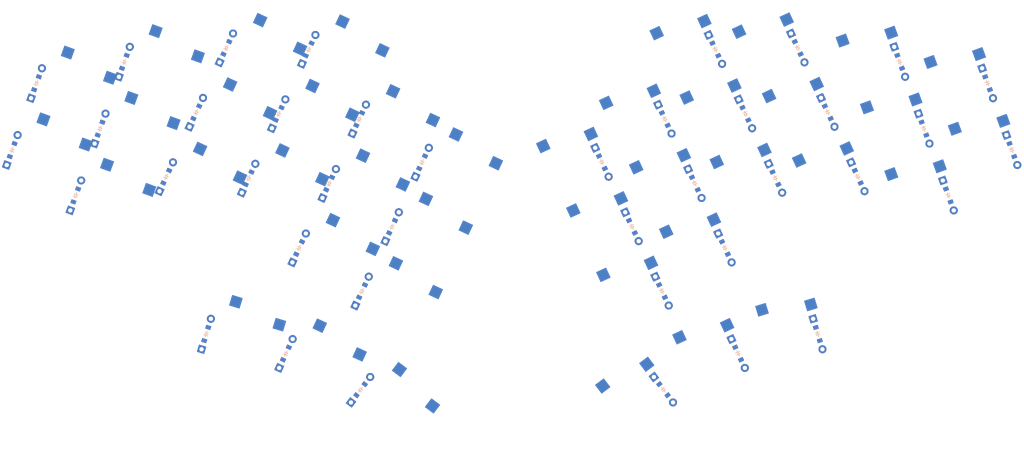
<source format=kicad_pcb>
(kicad_pcb (version 20171130) (host pcbnew 5.1.6)
  (title_block (title moth) (rev v1.0.0) (company Unknown))
  (layers (0 F.Cu signal) (31 B.Cu signal) (34 B.Paste user) (35 F.Paste user) (36 B.SilkS user) (37 F.SilkS user) (38 B.Mask user) (39 F.Mask user) (44 Edge.Cuts user))
  (net 0 "")
  (net 1 "outer_mid")
  (net 2 "outer_bot")
  (net 3 "pinky_top")
  (net 4 "pinky_mid")
  (net 5 "pinky_bot")
  (net 6 "ring_top")
  (net 7 "ring_mid")
  (net 8 "ring_bot")
  (net 9 "mid_top")
  (net 10 "mid_mid")
  (net 11 "mid_bot")
  (net 12 "index_top")
  (net 13 "index_mid")
  (net 14 "index_bot")
  (net 15 "inner_top")
  (net 16 "inner_mid")
  (net 17 "inner_bot")
  (net 18 "near_hi")
  (net 19 "home_hi")
  (net 20 "far_hi")
  (net 21 "mirror_outer_mid")
  (net 22 "mirror_outer_bot")
  (net 23 "mirror_pinky_top")
  (net 24 "mirror_pinky_mid")
  (net 25 "mirror_pinky_bot")
  (net 26 "mirror_ring_top")
  (net 27 "mirror_ring_mid")
  (net 28 "mirror_ring_bot")
  (net 29 "mirror_mid_top")
  (net 30 "mirror_mid_mid")
  (net 31 "mirror_mid_bot")
  (net 32 "mirror_index_top")
  (net 33 "mirror_index_mid")
  (net 34 "mirror_index_bot")
  (net 35 "mirror_inner_top")
  (net 36 "mirror_inner_mid")
  (net 37 "mirror_inner_bot")
  (net 38 "mirror_near_hi")
  (net 39 "mirror_home_hi")
  (net 40 "mirror_far_hi")
  (module PG1350 (layer F.Cu) (at 5.8143424 -15.9747746 -20)
    (fp_text reference "S1" hide)
    (fp_text value "" hide)
    (pad "" np_thru_hole circle (at 0 0) (size 3.429 3.429) (drill 3.429) (layers *.Cu *.Mask))
    (pad "" np_thru_hole circle (at 5.5 0) (size 1.7018 1.7018) (drill 1.7018) (layers *.Cu *.Mask))
    (pad "" np_thru_hole circle (at -5.5 0) (size 1.7018 1.7018) (drill 1.7018) (layers *.Cu *.Mask))
    (pad "" np_thru_hole circle (at 5 -3.75) (size 3 3) (drill 3) (layers *.Cu *.Mask))
    (pad "" np_thru_hole circle (at 0 -5.95) (size 3 3) (drill 3) (layers *.Cu *.Mask))
    (pad 1 smd rect (at -3.275 -5.95 -20) (size 2.6 2.6) (layers B.Cu B.Paste B.Mask) (net 1 "outer_mid"))
    (pad 2 smd rect (at 8.275 -3.75 -20) (size 2.6 2.6) (layers B.Cu B.Paste B.Mask) (net 0 ""))
  )
  (module PG1350 (layer F.Cu) (at 11.6286849 -31.9495492 -20)
    (fp_text reference "S2" hide)
    (fp_text value "" hide)
    (pad "" np_thru_hole circle (at 0 0) (size 3.429 3.429) (drill 3.429) (layers *.Cu *.Mask))
    (pad "" np_thru_hole circle (at 5.5 0) (size 1.7018 1.7018) (drill 1.7018) (layers *.Cu *.Mask))
    (pad "" np_thru_hole circle (at -5.5 0) (size 1.7018 1.7018) (drill 1.7018) (layers *.Cu *.Mask))
    (pad "" np_thru_hole circle (at 5 -3.75) (size 3 3) (drill 3) (layers *.Cu *.Mask))
    (pad "" np_thru_hole circle (at 0 -5.95) (size 3 3) (drill 3) (layers *.Cu *.Mask))
    (pad 1 smd rect (at -3.275 -5.95 -20) (size 2.6 2.6) (layers B.Cu B.Paste B.Mask) (net 2 "outer_bot"))
    (pad 2 smd rect (at 8.275 -3.75 -20) (size 2.6 2.6) (layers B.Cu B.Paste B.Mask) (net 0 ""))
  )
  (module PG1350 (layer F.Cu) (at 21.0187088 -5.1199489 -20)
    (fp_text reference "S3" hide)
    (fp_text value "" hide)
    (pad "" np_thru_hole circle (at 0 0) (size 3.429 3.429) (drill 3.429) (layers *.Cu *.Mask))
    (pad "" np_thru_hole circle (at 5.5 0) (size 1.7018 1.7018) (drill 1.7018) (layers *.Cu *.Mask))
    (pad "" np_thru_hole circle (at -5.5 0) (size 1.7018 1.7018) (drill 1.7018) (layers *.Cu *.Mask))
    (pad "" np_thru_hole circle (at 5 -3.75) (size 3 3) (drill 3) (layers *.Cu *.Mask))
    (pad "" np_thru_hole circle (at 0 -5.95) (size 3 3) (drill 3) (layers *.Cu *.Mask))
    (pad 1 smd rect (at -3.275 -5.95 -20) (size 2.6 2.6) (layers B.Cu B.Paste B.Mask) (net 3 "pinky_top"))
    (pad 2 smd rect (at 8.275 -3.75 -20) (size 2.6 2.6) (layers B.Cu B.Paste B.Mask) (net 0 ""))
  )
  (module PG1350 (layer F.Cu) (at 26.8330513 -21.0947235 -20)
    (fp_text reference "S4" hide)
    (fp_text value "" hide)
    (pad "" np_thru_hole circle (at 0 0) (size 3.429 3.429) (drill 3.429) (layers *.Cu *.Mask))
    (pad "" np_thru_hole circle (at 5.5 0) (size 1.7018 1.7018) (drill 1.7018) (layers *.Cu *.Mask))
    (pad "" np_thru_hole circle (at -5.5 0) (size 1.7018 1.7018) (drill 1.7018) (layers *.Cu *.Mask))
    (pad "" np_thru_hole circle (at 5 -3.75) (size 3 3) (drill 3) (layers *.Cu *.Mask))
    (pad "" np_thru_hole circle (at 0 -5.95) (size 3 3) (drill 3) (layers *.Cu *.Mask))
    (pad 1 smd rect (at -3.275 -5.95 -20) (size 2.6 2.6) (layers B.Cu B.Paste B.Mask) (net 4 "pinky_mid"))
    (pad 2 smd rect (at 8.275 -3.75 -20) (size 2.6 2.6) (layers B.Cu B.Paste B.Mask) (net 0 ""))
  )
  (module PG1350 (layer F.Cu) (at 32.6473937 -37.069498 -20)
    (fp_text reference "S5" hide)
    (fp_text value "" hide)
    (pad "" np_thru_hole circle (at 0 0) (size 3.429 3.429) (drill 3.429) (layers *.Cu *.Mask))
    (pad "" np_thru_hole circle (at 5.5 0) (size 1.7018 1.7018) (drill 1.7018) (layers *.Cu *.Mask))
    (pad "" np_thru_hole circle (at -5.5 0) (size 1.7018 1.7018) (drill 1.7018) (layers *.Cu *.Mask))
    (pad "" np_thru_hole circle (at 5 -3.75) (size 3 3) (drill 3) (layers *.Cu *.Mask))
    (pad "" np_thru_hole circle (at 0 -5.95) (size 3 3) (drill 3) (layers *.Cu *.Mask))
    (pad 1 smd rect (at -3.275 -5.95 -20) (size 2.6 2.6) (layers B.Cu B.Paste B.Mask) (net 5 "pinky_bot"))
    (pad 2 smd rect (at 8.275 -3.75 -20) (size 2.6 2.6) (layers B.Cu B.Paste B.Mask) (net 0 ""))
  )
  (module PG1350 (layer F.Cu) (at 42.6845753 -8.8387175 -25)
    (fp_text reference "S6" hide)
    (fp_text value "" hide)
    (pad "" np_thru_hole circle (at 0 0) (size 3.429 3.429) (drill 3.429) (layers *.Cu *.Mask))
    (pad "" np_thru_hole circle (at 5.5 0) (size 1.7018 1.7018) (drill 1.7018) (layers *.Cu *.Mask))
    (pad "" np_thru_hole circle (at -5.5 0) (size 1.7018 1.7018) (drill 1.7018) (layers *.Cu *.Mask))
    (pad "" np_thru_hole circle (at 5 -3.75) (size 3 3) (drill 3) (layers *.Cu *.Mask))
    (pad "" np_thru_hole circle (at 0 -5.95) (size 3 3) (drill 3) (layers *.Cu *.Mask))
    (pad 1 smd rect (at -3.275 -5.95 -25) (size 2.6 2.6) (layers B.Cu B.Paste B.Mask) (net 6 "ring_top"))
    (pad 2 smd rect (at 8.275 -3.75 -25) (size 2.6 2.6) (layers B.Cu B.Paste B.Mask) (net 0 ""))
  )
  (module PG1350 (layer F.Cu) (at 49.8690857 -24.2459498 -25)
    (fp_text reference "S7" hide)
    (fp_text value "" hide)
    (pad "" np_thru_hole circle (at 0 0) (size 3.429 3.429) (drill 3.429) (layers *.Cu *.Mask))
    (pad "" np_thru_hole circle (at 5.5 0) (size 1.7018 1.7018) (drill 1.7018) (layers *.Cu *.Mask))
    (pad "" np_thru_hole circle (at -5.5 0) (size 1.7018 1.7018) (drill 1.7018) (layers *.Cu *.Mask))
    (pad "" np_thru_hole circle (at 5 -3.75) (size 3 3) (drill 3) (layers *.Cu *.Mask))
    (pad "" np_thru_hole circle (at 0 -5.95) (size 3 3) (drill 3) (layers *.Cu *.Mask))
    (pad 1 smd rect (at -3.275 -5.95 -25) (size 2.6 2.6) (layers B.Cu B.Paste B.Mask) (net 7 "ring_mid"))
    (pad 2 smd rect (at 8.275 -3.75 -25) (size 2.6 2.6) (layers B.Cu B.Paste B.Mask) (net 0 ""))
  )
  (module PG1350 (layer F.Cu) (at 57.0535961 -39.6531822 -25)
    (fp_text reference "S8" hide)
    (fp_text value "" hide)
    (pad "" np_thru_hole circle (at 0 0) (size 3.429 3.429) (drill 3.429) (layers *.Cu *.Mask))
    (pad "" np_thru_hole circle (at 5.5 0) (size 1.7018 1.7018) (drill 1.7018) (layers *.Cu *.Mask))
    (pad "" np_thru_hole circle (at -5.5 0) (size 1.7018 1.7018) (drill 1.7018) (layers *.Cu *.Mask))
    (pad "" np_thru_hole circle (at 5 -3.75) (size 3 3) (drill 3) (layers *.Cu *.Mask))
    (pad "" np_thru_hole circle (at 0 -5.95) (size 3 3) (drill 3) (layers *.Cu *.Mask))
    (pad 1 smd rect (at -3.275 -5.95 -25) (size 2.6 2.6) (layers B.Cu B.Paste B.Mask) (net 8 "ring_bot"))
    (pad 2 smd rect (at 8.275 -3.75 -25) (size 2.6 2.6) (layers B.Cu B.Paste B.Mask) (net 0 ""))
  )
  (module PG1350 (layer F.Cu) (at 62.3790615 -8.482051 -25)
    (fp_text reference "S9" hide)
    (fp_text value "" hide)
    (pad "" np_thru_hole circle (at 0 0) (size 3.429 3.429) (drill 3.429) (layers *.Cu *.Mask))
    (pad "" np_thru_hole circle (at 5.5 0) (size 1.7018 1.7018) (drill 1.7018) (layers *.Cu *.Mask))
    (pad "" np_thru_hole circle (at -5.5 0) (size 1.7018 1.7018) (drill 1.7018) (layers *.Cu *.Mask))
    (pad "" np_thru_hole circle (at 5 -3.75) (size 3 3) (drill 3) (layers *.Cu *.Mask))
    (pad "" np_thru_hole circle (at 0 -5.95) (size 3 3) (drill 3) (layers *.Cu *.Mask))
    (pad 1 smd rect (at -3.275 -5.95 -25) (size 2.6 2.6) (layers B.Cu B.Paste B.Mask) (net 9 "mid_top"))
    (pad 2 smd rect (at 8.275 -3.75 -25) (size 2.6 2.6) (layers B.Cu B.Paste B.Mask) (net 0 ""))
  )
  (module PG1350 (layer F.Cu) (at 69.563572 -23.8892834 -25)
    (fp_text reference "S10" hide)
    (fp_text value "" hide)
    (pad "" np_thru_hole circle (at 0 0) (size 3.429 3.429) (drill 3.429) (layers *.Cu *.Mask))
    (pad "" np_thru_hole circle (at 5.5 0) (size 1.7018 1.7018) (drill 1.7018) (layers *.Cu *.Mask))
    (pad "" np_thru_hole circle (at -5.5 0) (size 1.7018 1.7018) (drill 1.7018) (layers *.Cu *.Mask))
    (pad "" np_thru_hole circle (at 5 -3.75) (size 3 3) (drill 3) (layers *.Cu *.Mask))
    (pad "" np_thru_hole circle (at 0 -5.95) (size 3 3) (drill 3) (layers *.Cu *.Mask))
    (pad 1 smd rect (at -3.275 -5.95 -25) (size 2.6 2.6) (layers B.Cu B.Paste B.Mask) (net 10 "mid_mid"))
    (pad 2 smd rect (at 8.275 -3.75 -25) (size 2.6 2.6) (layers B.Cu B.Paste B.Mask) (net 0 ""))
  )
  (module PG1350 (layer F.Cu) (at 76.7480824 -39.2965158 -25)
    (fp_text reference "S11" hide)
    (fp_text value "" hide)
    (pad "" np_thru_hole circle (at 0 0) (size 3.429 3.429) (drill 3.429) (layers *.Cu *.Mask))
    (pad "" np_thru_hole circle (at 5.5 0) (size 1.7018 1.7018) (drill 1.7018) (layers *.Cu *.Mask))
    (pad "" np_thru_hole circle (at -5.5 0) (size 1.7018 1.7018) (drill 1.7018) (layers *.Cu *.Mask))
    (pad "" np_thru_hole circle (at 5 -3.75) (size 3 3) (drill 3) (layers *.Cu *.Mask))
    (pad "" np_thru_hole circle (at 0 -5.95) (size 3 3) (drill 3) (layers *.Cu *.Mask))
    (pad 1 smd rect (at -3.275 -5.95 -25) (size 2.6 2.6) (layers B.Cu B.Paste B.Mask) (net 11 "mid_bot"))
    (pad 2 smd rect (at 8.275 -3.75 -25) (size 2.6 2.6) (layers B.Cu B.Paste B.Mask) (net 0 ""))
  )
  (module PG1350 (layer F.Cu) (at 74.4664192 8.1881556 -25)
    (fp_text reference "S12" hide)
    (fp_text value "" hide)
    (pad "" np_thru_hole circle (at 0 0) (size 3.429 3.429) (drill 3.429) (layers *.Cu *.Mask))
    (pad "" np_thru_hole circle (at 5.5 0) (size 1.7018 1.7018) (drill 1.7018) (layers *.Cu *.Mask))
    (pad "" np_thru_hole circle (at -5.5 0) (size 1.7018 1.7018) (drill 1.7018) (layers *.Cu *.Mask))
    (pad "" np_thru_hole circle (at 5 -3.75) (size 3 3) (drill 3) (layers *.Cu *.Mask))
    (pad "" np_thru_hole circle (at 0 -5.95) (size 3 3) (drill 3) (layers *.Cu *.Mask))
    (pad 1 smd rect (at -3.275 -5.95 -25) (size 2.6 2.6) (layers B.Cu B.Paste B.Mask) (net 12 "index_top"))
    (pad 2 smd rect (at 8.275 -3.75 -25) (size 2.6 2.6) (layers B.Cu B.Paste B.Mask) (net 0 ""))
  )
  (module PG1350 (layer F.Cu) (at 81.6509296 -7.2190768 -25)
    (fp_text reference "S13" hide)
    (fp_text value "" hide)
    (pad "" np_thru_hole circle (at 0 0) (size 3.429 3.429) (drill 3.429) (layers *.Cu *.Mask))
    (pad "" np_thru_hole circle (at 5.5 0) (size 1.7018 1.7018) (drill 1.7018) (layers *.Cu *.Mask))
    (pad "" np_thru_hole circle (at -5.5 0) (size 1.7018 1.7018) (drill 1.7018) (layers *.Cu *.Mask))
    (pad "" np_thru_hole circle (at 5 -3.75) (size 3 3) (drill 3) (layers *.Cu *.Mask))
    (pad "" np_thru_hole circle (at 0 -5.95) (size 3 3) (drill 3) (layers *.Cu *.Mask))
    (pad 1 smd rect (at -3.275 -5.95 -25) (size 2.6 2.6) (layers B.Cu B.Paste B.Mask) (net 13 "index_mid"))
    (pad 2 smd rect (at 8.275 -3.75 -25) (size 2.6 2.6) (layers B.Cu B.Paste B.Mask) (net 0 ""))
  )
  (module PG1350 (layer F.Cu) (at 88.83544 -22.6263092 -25)
    (fp_text reference "S14" hide)
    (fp_text value "" hide)
    (pad "" np_thru_hole circle (at 0 0) (size 3.429 3.429) (drill 3.429) (layers *.Cu *.Mask))
    (pad "" np_thru_hole circle (at 5.5 0) (size 1.7018 1.7018) (drill 1.7018) (layers *.Cu *.Mask))
    (pad "" np_thru_hole circle (at -5.5 0) (size 1.7018 1.7018) (drill 1.7018) (layers *.Cu *.Mask))
    (pad "" np_thru_hole circle (at 5 -3.75) (size 3 3) (drill 3) (layers *.Cu *.Mask))
    (pad "" np_thru_hole circle (at 0 -5.95) (size 3 3) (drill 3) (layers *.Cu *.Mask))
    (pad 1 smd rect (at -3.275 -5.95 -25) (size 2.6 2.6) (layers B.Cu B.Paste B.Mask) (net 14 "index_bot"))
    (pad 2 smd rect (at 8.275 -3.75 -25) (size 2.6 2.6) (layers B.Cu B.Paste B.Mask) (net 0 ""))
  )
  (module PG1350 (layer F.Cu) (at 89.5121045 18.5142077 -25)
    (fp_text reference "S15" hide)
    (fp_text value "" hide)
    (pad "" np_thru_hole circle (at 0 0) (size 3.429 3.429) (drill 3.429) (layers *.Cu *.Mask))
    (pad "" np_thru_hole circle (at 5.5 0) (size 1.7018 1.7018) (drill 1.7018) (layers *.Cu *.Mask))
    (pad "" np_thru_hole circle (at -5.5 0) (size 1.7018 1.7018) (drill 1.7018) (layers *.Cu *.Mask))
    (pad "" np_thru_hole circle (at 5 -3.75) (size 3 3) (drill 3) (layers *.Cu *.Mask))
    (pad "" np_thru_hole circle (at 0 -5.95) (size 3 3) (drill 3) (layers *.Cu *.Mask))
    (pad 1 smd rect (at -3.275 -5.95 -25) (size 2.6 2.6) (layers B.Cu B.Paste B.Mask) (net 15 "inner_top"))
    (pad 2 smd rect (at 8.275 -3.75 -25) (size 2.6 2.6) (layers B.Cu B.Paste B.Mask) (net 0 ""))
  )
  (module PG1350 (layer F.Cu) (at 96.696615 3.1069753 -25)
    (fp_text reference "S16" hide)
    (fp_text value "" hide)
    (pad "" np_thru_hole circle (at 0 0) (size 3.429 3.429) (drill 3.429) (layers *.Cu *.Mask))
    (pad "" np_thru_hole circle (at 5.5 0) (size 1.7018 1.7018) (drill 1.7018) (layers *.Cu *.Mask))
    (pad "" np_thru_hole circle (at -5.5 0) (size 1.7018 1.7018) (drill 1.7018) (layers *.Cu *.Mask))
    (pad "" np_thru_hole circle (at 5 -3.75) (size 3 3) (drill 3) (layers *.Cu *.Mask))
    (pad "" np_thru_hole circle (at 0 -5.95) (size 3 3) (drill 3) (layers *.Cu *.Mask))
    (pad 1 smd rect (at -3.275 -5.95 -25) (size 2.6 2.6) (layers B.Cu B.Paste B.Mask) (net 16 "inner_mid"))
    (pad 2 smd rect (at 8.275 -3.75 -25) (size 2.6 2.6) (layers B.Cu B.Paste B.Mask) (net 0 ""))
  )
  (module PG1350 (layer F.Cu) (at 103.8811254 -12.3002571 -25)
    (fp_text reference "S17" hide)
    (fp_text value "" hide)
    (pad "" np_thru_hole circle (at 0 0) (size 3.429 3.429) (drill 3.429) (layers *.Cu *.Mask))
    (pad "" np_thru_hole circle (at 5.5 0) (size 1.7018 1.7018) (drill 1.7018) (layers *.Cu *.Mask))
    (pad "" np_thru_hole circle (at -5.5 0) (size 1.7018 1.7018) (drill 1.7018) (layers *.Cu *.Mask))
    (pad "" np_thru_hole circle (at 5 -3.75) (size 3 3) (drill 3) (layers *.Cu *.Mask))
    (pad "" np_thru_hole circle (at 0 -5.95) (size 3 3) (drill 3) (layers *.Cu *.Mask))
    (pad 1 smd rect (at -3.275 -5.95 -25) (size 2.6 2.6) (layers B.Cu B.Paste B.Mask) (net 17 "inner_bot"))
    (pad 2 smd rect (at 8.275 -3.75 -25) (size 2.6 2.6) (layers B.Cu B.Paste B.Mask) (net 0 ""))
  )
  (module PG1350 (layer F.Cu) (at 52.1800326 27.5870467 -17)
    (fp_text reference "S18" hide)
    (fp_text value "" hide)
    (pad "" np_thru_hole circle (at 0 0) (size 3.429 3.429) (drill 3.429) (layers *.Cu *.Mask))
    (pad "" np_thru_hole circle (at 5.5 0) (size 1.7018 1.7018) (drill 1.7018) (layers *.Cu *.Mask))
    (pad "" np_thru_hole circle (at -5.5 0) (size 1.7018 1.7018) (drill 1.7018) (layers *.Cu *.Mask))
    (pad "" np_thru_hole circle (at 5 -3.75) (size 3 3) (drill 3) (layers *.Cu *.Mask))
    (pad "" np_thru_hole circle (at 0 -5.95) (size 3 3) (drill 3) (layers *.Cu *.Mask))
    (pad 1 smd rect (at -3.275 -5.95 -17) (size 2.6 2.6) (layers B.Cu B.Paste B.Mask) (net 18 "near_hi"))
    (pad 2 smd rect (at 8.275 -3.75 -17) (size 2.6 2.6) (layers B.Cu B.Paste B.Mask) (net 0 ""))
  )
  (module PG1350 (layer F.Cu) (at 71.3061277 33.4344808 -25)
    (fp_text reference "S19" hide)
    (fp_text value "" hide)
    (pad "" np_thru_hole circle (at 0 0) (size 3.429 3.429) (drill 3.429) (layers *.Cu *.Mask))
    (pad "" np_thru_hole circle (at 5.5 0) (size 1.7018 1.7018) (drill 1.7018) (layers *.Cu *.Mask))
    (pad "" np_thru_hole circle (at -5.5 0) (size 1.7018 1.7018) (drill 1.7018) (layers *.Cu *.Mask))
    (pad "" np_thru_hole circle (at 5 -3.75) (size 3 3) (drill 3) (layers *.Cu *.Mask))
    (pad "" np_thru_hole circle (at 0 -5.95) (size 3 3) (drill 3) (layers *.Cu *.Mask))
    (pad 1 smd rect (at -3.275 -5.95 -25) (size 2.6 2.6) (layers B.Cu B.Paste B.Mask) (net 19 "home_hi"))
    (pad 2 smd rect (at 8.275 -3.75 -25) (size 2.6 2.6) (layers B.Cu B.Paste B.Mask) (net 0 ""))
  )
  (module PG1350 (layer F.Cu) (at 88.9511167 43.8659349 -37)
    (fp_text reference "S20" hide)
    (fp_text value "" hide)
    (pad "" np_thru_hole circle (at 0 0) (size 3.429 3.429) (drill 3.429) (layers *.Cu *.Mask))
    (pad "" np_thru_hole circle (at 5.5 0) (size 1.7018 1.7018) (drill 1.7018) (layers *.Cu *.Mask))
    (pad "" np_thru_hole circle (at -5.5 0) (size 1.7018 1.7018) (drill 1.7018) (layers *.Cu *.Mask))
    (pad "" np_thru_hole circle (at 5 -3.75) (size 3 3) (drill 3) (layers *.Cu *.Mask))
    (pad "" np_thru_hole circle (at 0 -5.95) (size 3 3) (drill 3) (layers *.Cu *.Mask))
    (pad 1 smd rect (at -3.275 -5.95 -37) (size 2.6 2.6) (layers B.Cu B.Paste B.Mask) (net 20 "far_hi"))
    (pad 2 smd rect (at 8.275 -3.75 -37) (size 2.6 2.6) (layers B.Cu B.Paste B.Mask) (net 0 ""))
  )
  (module PG1350 (layer F.Cu) (at 227.8517602 -15.9747746 20)
    (fp_text reference "S21" hide)
    (fp_text value "" hide)
    (pad "" np_thru_hole circle (at 0 0) (size 3.429 3.429) (drill 3.429) (layers *.Cu *.Mask))
    (pad "" np_thru_hole circle (at 5.5 0) (size 1.7018 1.7018) (drill 1.7018) (layers *.Cu *.Mask))
    (pad "" np_thru_hole circle (at -5.5 0) (size 1.7018 1.7018) (drill 1.7018) (layers *.Cu *.Mask))
    (pad "" np_thru_hole circle (at 5 -3.75) (size 3 3) (drill 3) (layers *.Cu *.Mask))
    (pad "" np_thru_hole circle (at 0 -5.95) (size 3 3) (drill 3) (layers *.Cu *.Mask))
    (pad 1 smd rect (at -3.275 -5.95 20) (size 2.6 2.6) (layers B.Cu B.Paste B.Mask) (net 21 "mirror_outer_mid"))
    (pad 2 smd rect (at 8.275 -3.75 20) (size 2.6 2.6) (layers B.Cu B.Paste B.Mask) (net 0 ""))
  )
  (module PG1350 (layer F.Cu) (at 222.0374177 -31.9495492 20)
    (fp_text reference "S22" hide)
    (fp_text value "" hide)
    (pad "" np_thru_hole circle (at 0 0) (size 3.429 3.429) (drill 3.429) (layers *.Cu *.Mask))
    (pad "" np_thru_hole circle (at 5.5 0) (size 1.7018 1.7018) (drill 1.7018) (layers *.Cu *.Mask))
    (pad "" np_thru_hole circle (at -5.5 0) (size 1.7018 1.7018) (drill 1.7018) (layers *.Cu *.Mask))
    (pad "" np_thru_hole circle (at 5 -3.75) (size 3 3) (drill 3) (layers *.Cu *.Mask))
    (pad "" np_thru_hole circle (at 0 -5.95) (size 3 3) (drill 3) (layers *.Cu *.Mask))
    (pad 1 smd rect (at -3.275 -5.95 20) (size 2.6 2.6) (layers B.Cu B.Paste B.Mask) (net 22 "mirror_outer_bot"))
    (pad 2 smd rect (at 8.275 -3.75 20) (size 2.6 2.6) (layers B.Cu B.Paste B.Mask) (net 0 ""))
  )
  (module PG1350 (layer F.Cu) (at 212.64739379999997 -5.1199489 20)
    (fp_text reference "S23" hide)
    (fp_text value "" hide)
    (pad "" np_thru_hole circle (at 0 0) (size 3.429 3.429) (drill 3.429) (layers *.Cu *.Mask))
    (pad "" np_thru_hole circle (at 5.5 0) (size 1.7018 1.7018) (drill 1.7018) (layers *.Cu *.Mask))
    (pad "" np_thru_hole circle (at -5.5 0) (size 1.7018 1.7018) (drill 1.7018) (layers *.Cu *.Mask))
    (pad "" np_thru_hole circle (at 5 -3.75) (size 3 3) (drill 3) (layers *.Cu *.Mask))
    (pad "" np_thru_hole circle (at 0 -5.95) (size 3 3) (drill 3) (layers *.Cu *.Mask))
    (pad 1 smd rect (at -3.275 -5.95 20) (size 2.6 2.6) (layers B.Cu B.Paste B.Mask) (net 23 "mirror_pinky_top"))
    (pad 2 smd rect (at 8.275 -3.75 20) (size 2.6 2.6) (layers B.Cu B.Paste B.Mask) (net 0 ""))
  )
  (module PG1350 (layer F.Cu) (at 206.8330513 -21.0947235 20)
    (fp_text reference "S24" hide)
    (fp_text value "" hide)
    (pad "" np_thru_hole circle (at 0 0) (size 3.429 3.429) (drill 3.429) (layers *.Cu *.Mask))
    (pad "" np_thru_hole circle (at 5.5 0) (size 1.7018 1.7018) (drill 1.7018) (layers *.Cu *.Mask))
    (pad "" np_thru_hole circle (at -5.5 0) (size 1.7018 1.7018) (drill 1.7018) (layers *.Cu *.Mask))
    (pad "" np_thru_hole circle (at 5 -3.75) (size 3 3) (drill 3) (layers *.Cu *.Mask))
    (pad "" np_thru_hole circle (at 0 -5.95) (size 3 3) (drill 3) (layers *.Cu *.Mask))
    (pad 1 smd rect (at -3.275 -5.95 20) (size 2.6 2.6) (layers B.Cu B.Paste B.Mask) (net 24 "mirror_pinky_mid"))
    (pad 2 smd rect (at 8.275 -3.75 20) (size 2.6 2.6) (layers B.Cu B.Paste B.Mask) (net 0 ""))
  )
  (module PG1350 (layer F.Cu) (at 201.01870889999998 -37.069498 20)
    (fp_text reference "S25" hide)
    (fp_text value "" hide)
    (pad "" np_thru_hole circle (at 0 0) (size 3.429 3.429) (drill 3.429) (layers *.Cu *.Mask))
    (pad "" np_thru_hole circle (at 5.5 0) (size 1.7018 1.7018) (drill 1.7018) (layers *.Cu *.Mask))
    (pad "" np_thru_hole circle (at -5.5 0) (size 1.7018 1.7018) (drill 1.7018) (layers *.Cu *.Mask))
    (pad "" np_thru_hole circle (at 5 -3.75) (size 3 3) (drill 3) (layers *.Cu *.Mask))
    (pad "" np_thru_hole circle (at 0 -5.95) (size 3 3) (drill 3) (layers *.Cu *.Mask))
    (pad 1 smd rect (at -3.275 -5.95 20) (size 2.6 2.6) (layers B.Cu B.Paste B.Mask) (net 25 "mirror_pinky_bot"))
    (pad 2 smd rect (at 8.275 -3.75 20) (size 2.6 2.6) (layers B.Cu B.Paste B.Mask) (net 0 ""))
  )
  (module PG1350 (layer F.Cu) (at 190.98152729999998 -8.8387175 25)
    (fp_text reference "S26" hide)
    (fp_text value "" hide)
    (pad "" np_thru_hole circle (at 0 0) (size 3.429 3.429) (drill 3.429) (layers *.Cu *.Mask))
    (pad "" np_thru_hole circle (at 5.5 0) (size 1.7018 1.7018) (drill 1.7018) (layers *.Cu *.Mask))
    (pad "" np_thru_hole circle (at -5.5 0) (size 1.7018 1.7018) (drill 1.7018) (layers *.Cu *.Mask))
    (pad "" np_thru_hole circle (at 5 -3.75) (size 3 3) (drill 3) (layers *.Cu *.Mask))
    (pad "" np_thru_hole circle (at 0 -5.95) (size 3 3) (drill 3) (layers *.Cu *.Mask))
    (pad 1 smd rect (at -3.275 -5.95 25) (size 2.6 2.6) (layers B.Cu B.Paste B.Mask) (net 26 "mirror_ring_top"))
    (pad 2 smd rect (at 8.275 -3.75 25) (size 2.6 2.6) (layers B.Cu B.Paste B.Mask) (net 0 ""))
  )
  (module PG1350 (layer F.Cu) (at 183.7970169 -24.2459498 25)
    (fp_text reference "S27" hide)
    (fp_text value "" hide)
    (pad "" np_thru_hole circle (at 0 0) (size 3.429 3.429) (drill 3.429) (layers *.Cu *.Mask))
    (pad "" np_thru_hole circle (at 5.5 0) (size 1.7018 1.7018) (drill 1.7018) (layers *.Cu *.Mask))
    (pad "" np_thru_hole circle (at -5.5 0) (size 1.7018 1.7018) (drill 1.7018) (layers *.Cu *.Mask))
    (pad "" np_thru_hole circle (at 5 -3.75) (size 3 3) (drill 3) (layers *.Cu *.Mask))
    (pad "" np_thru_hole circle (at 0 -5.95) (size 3 3) (drill 3) (layers *.Cu *.Mask))
    (pad 1 smd rect (at -3.275 -5.95 25) (size 2.6 2.6) (layers B.Cu B.Paste B.Mask) (net 27 "mirror_ring_mid"))
    (pad 2 smd rect (at 8.275 -3.75 25) (size 2.6 2.6) (layers B.Cu B.Paste B.Mask) (net 0 ""))
  )
  (module PG1350 (layer F.Cu) (at 176.6125065 -39.6531822 25)
    (fp_text reference "S28" hide)
    (fp_text value "" hide)
    (pad "" np_thru_hole circle (at 0 0) (size 3.429 3.429) (drill 3.429) (layers *.Cu *.Mask))
    (pad "" np_thru_hole circle (at 5.5 0) (size 1.7018 1.7018) (drill 1.7018) (layers *.Cu *.Mask))
    (pad "" np_thru_hole circle (at -5.5 0) (size 1.7018 1.7018) (drill 1.7018) (layers *.Cu *.Mask))
    (pad "" np_thru_hole circle (at 5 -3.75) (size 3 3) (drill 3) (layers *.Cu *.Mask))
    (pad "" np_thru_hole circle (at 0 -5.95) (size 3 3) (drill 3) (layers *.Cu *.Mask))
    (pad 1 smd rect (at -3.275 -5.95 25) (size 2.6 2.6) (layers B.Cu B.Paste B.Mask) (net 28 "mirror_ring_bot"))
    (pad 2 smd rect (at 8.275 -3.75 25) (size 2.6 2.6) (layers B.Cu B.Paste B.Mask) (net 0 ""))
  )
  (module PG1350 (layer F.Cu) (at 171.28704109999998 -8.482051 25)
    (fp_text reference "S29" hide)
    (fp_text value "" hide)
    (pad "" np_thru_hole circle (at 0 0) (size 3.429 3.429) (drill 3.429) (layers *.Cu *.Mask))
    (pad "" np_thru_hole circle (at 5.5 0) (size 1.7018 1.7018) (drill 1.7018) (layers *.Cu *.Mask))
    (pad "" np_thru_hole circle (at -5.5 0) (size 1.7018 1.7018) (drill 1.7018) (layers *.Cu *.Mask))
    (pad "" np_thru_hole circle (at 5 -3.75) (size 3 3) (drill 3) (layers *.Cu *.Mask))
    (pad "" np_thru_hole circle (at 0 -5.95) (size 3 3) (drill 3) (layers *.Cu *.Mask))
    (pad 1 smd rect (at -3.275 -5.95 25) (size 2.6 2.6) (layers B.Cu B.Paste B.Mask) (net 29 "mirror_mid_top"))
    (pad 2 smd rect (at 8.275 -3.75 25) (size 2.6 2.6) (layers B.Cu B.Paste B.Mask) (net 0 ""))
  )
  (module PG1350 (layer F.Cu) (at 164.1025306 -23.8892834 25)
    (fp_text reference "S30" hide)
    (fp_text value "" hide)
    (pad "" np_thru_hole circle (at 0 0) (size 3.429 3.429) (drill 3.429) (layers *.Cu *.Mask))
    (pad "" np_thru_hole circle (at 5.5 0) (size 1.7018 1.7018) (drill 1.7018) (layers *.Cu *.Mask))
    (pad "" np_thru_hole circle (at -5.5 0) (size 1.7018 1.7018) (drill 1.7018) (layers *.Cu *.Mask))
    (pad "" np_thru_hole circle (at 5 -3.75) (size 3 3) (drill 3) (layers *.Cu *.Mask))
    (pad "" np_thru_hole circle (at 0 -5.95) (size 3 3) (drill 3) (layers *.Cu *.Mask))
    (pad 1 smd rect (at -3.275 -5.95 25) (size 2.6 2.6) (layers B.Cu B.Paste B.Mask) (net 30 "mirror_mid_mid"))
    (pad 2 smd rect (at 8.275 -3.75 25) (size 2.6 2.6) (layers B.Cu B.Paste B.Mask) (net 0 ""))
  )
  (module PG1350 (layer F.Cu) (at 156.9180202 -39.2965158 25)
    (fp_text reference "S31" hide)
    (fp_text value "" hide)
    (pad "" np_thru_hole circle (at 0 0) (size 3.429 3.429) (drill 3.429) (layers *.Cu *.Mask))
    (pad "" np_thru_hole circle (at 5.5 0) (size 1.7018 1.7018) (drill 1.7018) (layers *.Cu *.Mask))
    (pad "" np_thru_hole circle (at -5.5 0) (size 1.7018 1.7018) (drill 1.7018) (layers *.Cu *.Mask))
    (pad "" np_thru_hole circle (at 5 -3.75) (size 3 3) (drill 3) (layers *.Cu *.Mask))
    (pad "" np_thru_hole circle (at 0 -5.95) (size 3 3) (drill 3) (layers *.Cu *.Mask))
    (pad 1 smd rect (at -3.275 -5.95 25) (size 2.6 2.6) (layers B.Cu B.Paste B.Mask) (net 31 "mirror_mid_bot"))
    (pad 2 smd rect (at 8.275 -3.75 25) (size 2.6 2.6) (layers B.Cu B.Paste B.Mask) (net 0 ""))
  )
  (module PG1350 (layer F.Cu) (at 159.19968339999997 8.1881556 25)
    (fp_text reference "S32" hide)
    (fp_text value "" hide)
    (pad "" np_thru_hole circle (at 0 0) (size 3.429 3.429) (drill 3.429) (layers *.Cu *.Mask))
    (pad "" np_thru_hole circle (at 5.5 0) (size 1.7018 1.7018) (drill 1.7018) (layers *.Cu *.Mask))
    (pad "" np_thru_hole circle (at -5.5 0) (size 1.7018 1.7018) (drill 1.7018) (layers *.Cu *.Mask))
    (pad "" np_thru_hole circle (at 5 -3.75) (size 3 3) (drill 3) (layers *.Cu *.Mask))
    (pad "" np_thru_hole circle (at 0 -5.95) (size 3 3) (drill 3) (layers *.Cu *.Mask))
    (pad 1 smd rect (at -3.275 -5.95 25) (size 2.6 2.6) (layers B.Cu B.Paste B.Mask) (net 32 "mirror_index_top"))
    (pad 2 smd rect (at 8.275 -3.75 25) (size 2.6 2.6) (layers B.Cu B.Paste B.Mask) (net 0 ""))
  )
  (module PG1350 (layer F.Cu) (at 152.015173 -7.2190768 25)
    (fp_text reference "S33" hide)
    (fp_text value "" hide)
    (pad "" np_thru_hole circle (at 0 0) (size 3.429 3.429) (drill 3.429) (layers *.Cu *.Mask))
    (pad "" np_thru_hole circle (at 5.5 0) (size 1.7018 1.7018) (drill 1.7018) (layers *.Cu *.Mask))
    (pad "" np_thru_hole circle (at -5.5 0) (size 1.7018 1.7018) (drill 1.7018) (layers *.Cu *.Mask))
    (pad "" np_thru_hole circle (at 5 -3.75) (size 3 3) (drill 3) (layers *.Cu *.Mask))
    (pad "" np_thru_hole circle (at 0 -5.95) (size 3 3) (drill 3) (layers *.Cu *.Mask))
    (pad 1 smd rect (at -3.275 -5.95 25) (size 2.6 2.6) (layers B.Cu B.Paste B.Mask) (net 33 "mirror_index_mid"))
    (pad 2 smd rect (at 8.275 -3.75 25) (size 2.6 2.6) (layers B.Cu B.Paste B.Mask) (net 0 ""))
  )
  (module PG1350 (layer F.Cu) (at 144.83066259999998 -22.6263092 25)
    (fp_text reference "S34" hide)
    (fp_text value "" hide)
    (pad "" np_thru_hole circle (at 0 0) (size 3.429 3.429) (drill 3.429) (layers *.Cu *.Mask))
    (pad "" np_thru_hole circle (at 5.5 0) (size 1.7018 1.7018) (drill 1.7018) (layers *.Cu *.Mask))
    (pad "" np_thru_hole circle (at -5.5 0) (size 1.7018 1.7018) (drill 1.7018) (layers *.Cu *.Mask))
    (pad "" np_thru_hole circle (at 5 -3.75) (size 3 3) (drill 3) (layers *.Cu *.Mask))
    (pad "" np_thru_hole circle (at 0 -5.95) (size 3 3) (drill 3) (layers *.Cu *.Mask))
    (pad 1 smd rect (at -3.275 -5.95 25) (size 2.6 2.6) (layers B.Cu B.Paste B.Mask) (net 34 "mirror_index_bot"))
    (pad 2 smd rect (at 8.275 -3.75 25) (size 2.6 2.6) (layers B.Cu B.Paste B.Mask) (net 0 ""))
  )
  (module PG1350 (layer F.Cu) (at 144.15399809999997 18.5142077 25)
    (fp_text reference "S35" hide)
    (fp_text value "" hide)
    (pad "" np_thru_hole circle (at 0 0) (size 3.429 3.429) (drill 3.429) (layers *.Cu *.Mask))
    (pad "" np_thru_hole circle (at 5.5 0) (size 1.7018 1.7018) (drill 1.7018) (layers *.Cu *.Mask))
    (pad "" np_thru_hole circle (at -5.5 0) (size 1.7018 1.7018) (drill 1.7018) (layers *.Cu *.Mask))
    (pad "" np_thru_hole circle (at 5 -3.75) (size 3 3) (drill 3) (layers *.Cu *.Mask))
    (pad "" np_thru_hole circle (at 0 -5.95) (size 3 3) (drill 3) (layers *.Cu *.Mask))
    (pad 1 smd rect (at -3.275 -5.95 25) (size 2.6 2.6) (layers B.Cu B.Paste B.Mask) (net 35 "mirror_inner_top"))
    (pad 2 smd rect (at 8.275 -3.75 25) (size 2.6 2.6) (layers B.Cu B.Paste B.Mask) (net 0 ""))
  )
  (module PG1350 (layer F.Cu) (at 136.96948759999998 3.1069753 25)
    (fp_text reference "S36" hide)
    (fp_text value "" hide)
    (pad "" np_thru_hole circle (at 0 0) (size 3.429 3.429) (drill 3.429) (layers *.Cu *.Mask))
    (pad "" np_thru_hole circle (at 5.5 0) (size 1.7018 1.7018) (drill 1.7018) (layers *.Cu *.Mask))
    (pad "" np_thru_hole circle (at -5.5 0) (size 1.7018 1.7018) (drill 1.7018) (layers *.Cu *.Mask))
    (pad "" np_thru_hole circle (at 5 -3.75) (size 3 3) (drill 3) (layers *.Cu *.Mask))
    (pad "" np_thru_hole circle (at 0 -5.95) (size 3 3) (drill 3) (layers *.Cu *.Mask))
    (pad 1 smd rect (at -3.275 -5.95 25) (size 2.6 2.6) (layers B.Cu B.Paste B.Mask) (net 36 "mirror_inner_mid"))
    (pad 2 smd rect (at 8.275 -3.75 25) (size 2.6 2.6) (layers B.Cu B.Paste B.Mask) (net 0 ""))
  )
  (module PG1350 (layer F.Cu) (at 129.7849772 -12.3002571 25)
    (fp_text reference "S37" hide)
    (fp_text value "" hide)
    (pad "" np_thru_hole circle (at 0 0) (size 3.429 3.429) (drill 3.429) (layers *.Cu *.Mask))
    (pad "" np_thru_hole circle (at 5.5 0) (size 1.7018 1.7018) (drill 1.7018) (layers *.Cu *.Mask))
    (pad "" np_thru_hole circle (at -5.5 0) (size 1.7018 1.7018) (drill 1.7018) (layers *.Cu *.Mask))
    (pad "" np_thru_hole circle (at 5 -3.75) (size 3 3) (drill 3) (layers *.Cu *.Mask))
    (pad "" np_thru_hole circle (at 0 -5.95) (size 3 3) (drill 3) (layers *.Cu *.Mask))
    (pad 1 smd rect (at -3.275 -5.95 25) (size 2.6 2.6) (layers B.Cu B.Paste B.Mask) (net 37 "mirror_inner_bot"))
    (pad 2 smd rect (at 8.275 -3.75 25) (size 2.6 2.6) (layers B.Cu B.Paste B.Mask) (net 0 ""))
  )
  (module PG1350 (layer F.Cu) (at 181.48606999999998 27.5870467 17)
    (fp_text reference "S38" hide)
    (fp_text value "" hide)
    (pad "" np_thru_hole circle (at 0 0) (size 3.429 3.429) (drill 3.429) (layers *.Cu *.Mask))
    (pad "" np_thru_hole circle (at 5.5 0) (size 1.7018 1.7018) (drill 1.7018) (layers *.Cu *.Mask))
    (pad "" np_thru_hole circle (at -5.5 0) (size 1.7018 1.7018) (drill 1.7018) (layers *.Cu *.Mask))
    (pad "" np_thru_hole circle (at 5 -3.75) (size 3 3) (drill 3) (layers *.Cu *.Mask))
    (pad "" np_thru_hole circle (at 0 -5.95) (size 3 3) (drill 3) (layers *.Cu *.Mask))
    (pad 1 smd rect (at -3.275 -5.95 17) (size 2.6 2.6) (layers B.Cu B.Paste B.Mask) (net 38 "mirror_near_hi"))
    (pad 2 smd rect (at 8.275 -3.75 17) (size 2.6 2.6) (layers B.Cu B.Paste B.Mask) (net 0 ""))
  )
  (module PG1350 (layer F.Cu) (at 162.3599749 33.4344808 25)
    (fp_text reference "S39" hide)
    (fp_text value "" hide)
    (pad "" np_thru_hole circle (at 0 0) (size 3.429 3.429) (drill 3.429) (layers *.Cu *.Mask))
    (pad "" np_thru_hole circle (at 5.5 0) (size 1.7018 1.7018) (drill 1.7018) (layers *.Cu *.Mask))
    (pad "" np_thru_hole circle (at -5.5 0) (size 1.7018 1.7018) (drill 1.7018) (layers *.Cu *.Mask))
    (pad "" np_thru_hole circle (at 5 -3.75) (size 3 3) (drill 3) (layers *.Cu *.Mask))
    (pad "" np_thru_hole circle (at 0 -5.95) (size 3 3) (drill 3) (layers *.Cu *.Mask))
    (pad 1 smd rect (at -3.275 -5.95 25) (size 2.6 2.6) (layers B.Cu B.Paste B.Mask) (net 39 "mirror_home_hi"))
    (pad 2 smd rect (at 8.275 -3.75 25) (size 2.6 2.6) (layers B.Cu B.Paste B.Mask) (net 0 ""))
  )
  (module PG1350 (layer F.Cu) (at 144.7149859 43.8659349 37)
    (fp_text reference "S40" hide)
    (fp_text value "" hide)
    (pad "" np_thru_hole circle (at 0 0) (size 3.429 3.429) (drill 3.429) (layers *.Cu *.Mask))
    (pad "" np_thru_hole circle (at 5.5 0) (size 1.7018 1.7018) (drill 1.7018) (layers *.Cu *.Mask))
    (pad "" np_thru_hole circle (at -5.5 0) (size 1.7018 1.7018) (drill 1.7018) (layers *.Cu *.Mask))
    (pad "" np_thru_hole circle (at 5 -3.75) (size 3 3) (drill 3) (layers *.Cu *.Mask))
    (pad "" np_thru_hole circle (at 0 -5.95) (size 3 3) (drill 3) (layers *.Cu *.Mask))
    (pad 1 smd rect (at -3.275 -5.95 37) (size 2.6 2.6) (layers B.Cu B.Paste B.Mask) (net 40 "mirror_far_hi"))
    (pad 2 smd rect (at 8.275 -3.75 37) (size 2.6 2.6) (layers B.Cu B.Paste B.Mask) (net 0 ""))
  )
  (module PG1350 (layer F.Cu) (at 227.8517602 -15.9747746 20)
    (fp_text reference "S41" hide)
    (fp_text value "" hide)
    (pad "" np_thru_hole circle (at 0 0) (size 3.429 3.429) (drill 3.429) (layers *.Cu *.Mask))
    (pad "" np_thru_hole circle (at 5.5 0) (size 1.7018 1.7018) (drill 1.7018) (layers *.Cu *.Mask))
    (pad "" np_thru_hole circle (at -5.5 0) (size 1.7018 1.7018) (drill 1.7018) (layers *.Cu *.Mask))
    (pad "" np_thru_hole circle (at 5 -3.75) (size 3 3) (drill 3) (layers *.Cu *.Mask))
    (pad "" np_thru_hole circle (at 0 -5.95) (size 3 3) (drill 3) (layers *.Cu *.Mask))
    (pad 1 smd rect (at -3.275 -5.95 20) (size 2.6 2.6) (layers B.Cu B.Paste B.Mask) (net 21 "mirror_outer_mid"))
    (pad 2 smd rect (at 8.275 -3.75 20) (size 2.6 2.6) (layers B.Cu B.Paste B.Mask) (net 0 ""))
  )
  (module PG1350 (layer F.Cu) (at 222.0374177 -31.9495492 20)
    (fp_text reference "S42" hide)
    (fp_text value "" hide)
    (pad "" np_thru_hole circle (at 0 0) (size 3.429 3.429) (drill 3.429) (layers *.Cu *.Mask))
    (pad "" np_thru_hole circle (at 5.5 0) (size 1.7018 1.7018) (drill 1.7018) (layers *.Cu *.Mask))
    (pad "" np_thru_hole circle (at -5.5 0) (size 1.7018 1.7018) (drill 1.7018) (layers *.Cu *.Mask))
    (pad "" np_thru_hole circle (at 5 -3.75) (size 3 3) (drill 3) (layers *.Cu *.Mask))
    (pad "" np_thru_hole circle (at 0 -5.95) (size 3 3) (drill 3) (layers *.Cu *.Mask))
    (pad 1 smd rect (at -3.275 -5.95 20) (size 2.6 2.6) (layers B.Cu B.Paste B.Mask) (net 22 "mirror_outer_bot"))
    (pad 2 smd rect (at 8.275 -3.75 20) (size 2.6 2.6) (layers B.Cu B.Paste B.Mask) (net 0 ""))
  )
  (module PG1350 (layer F.Cu) (at 212.64739379999997 -5.1199489 20)
    (fp_text reference "S43" hide)
    (fp_text value "" hide)
    (pad "" np_thru_hole circle (at 0 0) (size 3.429 3.429) (drill 3.429) (layers *.Cu *.Mask))
    (pad "" np_thru_hole circle (at 5.5 0) (size 1.7018 1.7018) (drill 1.7018) (layers *.Cu *.Mask))
    (pad "" np_thru_hole circle (at -5.5 0) (size 1.7018 1.7018) (drill 1.7018) (layers *.Cu *.Mask))
    (pad "" np_thru_hole circle (at 5 -3.75) (size 3 3) (drill 3) (layers *.Cu *.Mask))
    (pad "" np_thru_hole circle (at 0 -5.95) (size 3 3) (drill 3) (layers *.Cu *.Mask))
    (pad 1 smd rect (at -3.275 -5.95 20) (size 2.6 2.6) (layers B.Cu B.Paste B.Mask) (net 23 "mirror_pinky_top"))
    (pad 2 smd rect (at 8.275 -3.75 20) (size 2.6 2.6) (layers B.Cu B.Paste B.Mask) (net 0 ""))
  )
  (module PG1350 (layer F.Cu) (at 206.8330513 -21.0947235 20)
    (fp_text reference "S44" hide)
    (fp_text value "" hide)
    (pad "" np_thru_hole circle (at 0 0) (size 3.429 3.429) (drill 3.429) (layers *.Cu *.Mask))
    (pad "" np_thru_hole circle (at 5.5 0) (size 1.7018 1.7018) (drill 1.7018) (layers *.Cu *.Mask))
    (pad "" np_thru_hole circle (at -5.5 0) (size 1.7018 1.7018) (drill 1.7018) (layers *.Cu *.Mask))
    (pad "" np_thru_hole circle (at 5 -3.75) (size 3 3) (drill 3) (layers *.Cu *.Mask))
    (pad "" np_thru_hole circle (at 0 -5.95) (size 3 3) (drill 3) (layers *.Cu *.Mask))
    (pad 1 smd rect (at -3.275 -5.95 20) (size 2.6 2.6) (layers B.Cu B.Paste B.Mask) (net 24 "mirror_pinky_mid"))
    (pad 2 smd rect (at 8.275 -3.75 20) (size 2.6 2.6) (layers B.Cu B.Paste B.Mask) (net 0 ""))
  )
  (module PG1350 (layer F.Cu) (at 201.01870889999998 -37.069498 20)
    (fp_text reference "S45" hide)
    (fp_text value "" hide)
    (pad "" np_thru_hole circle (at 0 0) (size 3.429 3.429) (drill 3.429) (layers *.Cu *.Mask))
    (pad "" np_thru_hole circle (at 5.5 0) (size 1.7018 1.7018) (drill 1.7018) (layers *.Cu *.Mask))
    (pad "" np_thru_hole circle (at -5.5 0) (size 1.7018 1.7018) (drill 1.7018) (layers *.Cu *.Mask))
    (pad "" np_thru_hole circle (at 5 -3.75) (size 3 3) (drill 3) (layers *.Cu *.Mask))
    (pad "" np_thru_hole circle (at 0 -5.95) (size 3 3) (drill 3) (layers *.Cu *.Mask))
    (pad 1 smd rect (at -3.275 -5.95 20) (size 2.6 2.6) (layers B.Cu B.Paste B.Mask) (net 25 "mirror_pinky_bot"))
    (pad 2 smd rect (at 8.275 -3.75 20) (size 2.6 2.6) (layers B.Cu B.Paste B.Mask) (net 0 ""))
  )
  (module PG1350 (layer F.Cu) (at 190.98152729999998 -8.8387175 25)
    (fp_text reference "S46" hide)
    (fp_text value "" hide)
    (pad "" np_thru_hole circle (at 0 0) (size 3.429 3.429) (drill 3.429) (layers *.Cu *.Mask))
    (pad "" np_thru_hole circle (at 5.5 0) (size 1.7018 1.7018) (drill 1.7018) (layers *.Cu *.Mask))
    (pad "" np_thru_hole circle (at -5.5 0) (size 1.7018 1.7018) (drill 1.7018) (layers *.Cu *.Mask))
    (pad "" np_thru_hole circle (at 5 -3.75) (size 3 3) (drill 3) (layers *.Cu *.Mask))
    (pad "" np_thru_hole circle (at 0 -5.95) (size 3 3) (drill 3) (layers *.Cu *.Mask))
    (pad 1 smd rect (at -3.275 -5.95 25) (size 2.6 2.6) (layers B.Cu B.Paste B.Mask) (net 26 "mirror_ring_top"))
    (pad 2 smd rect (at 8.275 -3.75 25) (size 2.6 2.6) (layers B.Cu B.Paste B.Mask) (net 0 ""))
  )
  (module PG1350 (layer F.Cu) (at 183.7970169 -24.2459498 25)
    (fp_text reference "S47" hide)
    (fp_text value "" hide)
    (pad "" np_thru_hole circle (at 0 0) (size 3.429 3.429) (drill 3.429) (layers *.Cu *.Mask))
    (pad "" np_thru_hole circle (at 5.5 0) (size 1.7018 1.7018) (drill 1.7018) (layers *.Cu *.Mask))
    (pad "" np_thru_hole circle (at -5.5 0) (size 1.7018 1.7018) (drill 1.7018) (layers *.Cu *.Mask))
    (pad "" np_thru_hole circle (at 5 -3.75) (size 3 3) (drill 3) (layers *.Cu *.Mask))
    (pad "" np_thru_hole circle (at 0 -5.95) (size 3 3) (drill 3) (layers *.Cu *.Mask))
    (pad 1 smd rect (at -3.275 -5.95 25) (size 2.6 2.6) (layers B.Cu B.Paste B.Mask) (net 27 "mirror_ring_mid"))
    (pad 2 smd rect (at 8.275 -3.75 25) (size 2.6 2.6) (layers B.Cu B.Paste B.Mask) (net 0 ""))
  )
  (module PG1350 (layer F.Cu) (at 176.6125065 -39.6531822 25)
    (fp_text reference "S48" hide)
    (fp_text value "" hide)
    (pad "" np_thru_hole circle (at 0 0) (size 3.429 3.429) (drill 3.429) (layers *.Cu *.Mask))
    (pad "" np_thru_hole circle (at 5.5 0) (size 1.7018 1.7018) (drill 1.7018) (layers *.Cu *.Mask))
    (pad "" np_thru_hole circle (at -5.5 0) (size 1.7018 1.7018) (drill 1.7018) (layers *.Cu *.Mask))
    (pad "" np_thru_hole circle (at 5 -3.75) (size 3 3) (drill 3) (layers *.Cu *.Mask))
    (pad "" np_thru_hole circle (at 0 -5.95) (size 3 3) (drill 3) (layers *.Cu *.Mask))
    (pad 1 smd rect (at -3.275 -5.95 25) (size 2.6 2.6) (layers B.Cu B.Paste B.Mask) (net 28 "mirror_ring_bot"))
    (pad 2 smd rect (at 8.275 -3.75 25) (size 2.6 2.6) (layers B.Cu B.Paste B.Mask) (net 0 ""))
  )
  (module PG1350 (layer F.Cu) (at 171.28704109999998 -8.482051 25)
    (fp_text reference "S49" hide)
    (fp_text value "" hide)
    (pad "" np_thru_hole circle (at 0 0) (size 3.429 3.429) (drill 3.429) (layers *.Cu *.Mask))
    (pad "" np_thru_hole circle (at 5.5 0) (size 1.7018 1.7018) (drill 1.7018) (layers *.Cu *.Mask))
    (pad "" np_thru_hole circle (at -5.5 0) (size 1.7018 1.7018) (drill 1.7018) (layers *.Cu *.Mask))
    (pad "" np_thru_hole circle (at 5 -3.75) (size 3 3) (drill 3) (layers *.Cu *.Mask))
    (pad "" np_thru_hole circle (at 0 -5.95) (size 3 3) (drill 3) (layers *.Cu *.Mask))
    (pad 1 smd rect (at -3.275 -5.95 25) (size 2.6 2.6) (layers B.Cu B.Paste B.Mask) (net 29 "mirror_mid_top"))
    (pad 2 smd rect (at 8.275 -3.75 25) (size 2.6 2.6) (layers B.Cu B.Paste B.Mask) (net 0 ""))
  )
  (module PG1350 (layer F.Cu) (at 164.1025306 -23.8892834 25)
    (fp_text reference "S50" hide)
    (fp_text value "" hide)
    (pad "" np_thru_hole circle (at 0 0) (size 3.429 3.429) (drill 3.429) (layers *.Cu *.Mask))
    (pad "" np_thru_hole circle (at 5.5 0) (size 1.7018 1.7018) (drill 1.7018) (layers *.Cu *.Mask))
    (pad "" np_thru_hole circle (at -5.5 0) (size 1.7018 1.7018) (drill 1.7018) (layers *.Cu *.Mask))
    (pad "" np_thru_hole circle (at 5 -3.75) (size 3 3) (drill 3) (layers *.Cu *.Mask))
    (pad "" np_thru_hole circle (at 0 -5.95) (size 3 3) (drill 3) (layers *.Cu *.Mask))
    (pad 1 smd rect (at -3.275 -5.95 25) (size 2.6 2.6) (layers B.Cu B.Paste B.Mask) (net 30 "mirror_mid_mid"))
    (pad 2 smd rect (at 8.275 -3.75 25) (size 2.6 2.6) (layers B.Cu B.Paste B.Mask) (net 0 ""))
  )
  (module PG1350 (layer F.Cu) (at 156.9180202 -39.2965158 25)
    (fp_text reference "S51" hide)
    (fp_text value "" hide)
    (pad "" np_thru_hole circle (at 0 0) (size 3.429 3.429) (drill 3.429) (layers *.Cu *.Mask))
    (pad "" np_thru_hole circle (at 5.5 0) (size 1.7018 1.7018) (drill 1.7018) (layers *.Cu *.Mask))
    (pad "" np_thru_hole circle (at -5.5 0) (size 1.7018 1.7018) (drill 1.7018) (layers *.Cu *.Mask))
    (pad "" np_thru_hole circle (at 5 -3.75) (size 3 3) (drill 3) (layers *.Cu *.Mask))
    (pad "" np_thru_hole circle (at 0 -5.95) (size 3 3) (drill 3) (layers *.Cu *.Mask))
    (pad 1 smd rect (at -3.275 -5.95 25) (size 2.6 2.6) (layers B.Cu B.Paste B.Mask) (net 31 "mirror_mid_bot"))
    (pad 2 smd rect (at 8.275 -3.75 25) (size 2.6 2.6) (layers B.Cu B.Paste B.Mask) (net 0 ""))
  )
  (module PG1350 (layer F.Cu) (at 159.19968339999997 8.1881556 25)
    (fp_text reference "S52" hide)
    (fp_text value "" hide)
    (pad "" np_thru_hole circle (at 0 0) (size 3.429 3.429) (drill 3.429) (layers *.Cu *.Mask))
    (pad "" np_thru_hole circle (at 5.5 0) (size 1.7018 1.7018) (drill 1.7018) (layers *.Cu *.Mask))
    (pad "" np_thru_hole circle (at -5.5 0) (size 1.7018 1.7018) (drill 1.7018) (layers *.Cu *.Mask))
    (pad "" np_thru_hole circle (at 5 -3.75) (size 3 3) (drill 3) (layers *.Cu *.Mask))
    (pad "" np_thru_hole circle (at 0 -5.95) (size 3 3) (drill 3) (layers *.Cu *.Mask))
    (pad 1 smd rect (at -3.275 -5.95 25) (size 2.6 2.6) (layers B.Cu B.Paste B.Mask) (net 32 "mirror_index_top"))
    (pad 2 smd rect (at 8.275 -3.75 25) (size 2.6 2.6) (layers B.Cu B.Paste B.Mask) (net 0 ""))
  )
  (module PG1350 (layer F.Cu) (at 152.015173 -7.2190768 25)
    (fp_text reference "S53" hide)
    (fp_text value "" hide)
    (pad "" np_thru_hole circle (at 0 0) (size 3.429 3.429) (drill 3.429) (layers *.Cu *.Mask))
    (pad "" np_thru_hole circle (at 5.5 0) (size 1.7018 1.7018) (drill 1.7018) (layers *.Cu *.Mask))
    (pad "" np_thru_hole circle (at -5.5 0) (size 1.7018 1.7018) (drill 1.7018) (layers *.Cu *.Mask))
    (pad "" np_thru_hole circle (at 5 -3.75) (size 3 3) (drill 3) (layers *.Cu *.Mask))
    (pad "" np_thru_hole circle (at 0 -5.95) (size 3 3) (drill 3) (layers *.Cu *.Mask))
    (pad 1 smd rect (at -3.275 -5.95 25) (size 2.6 2.6) (layers B.Cu B.Paste B.Mask) (net 33 "mirror_index_mid"))
    (pad 2 smd rect (at 8.275 -3.75 25) (size 2.6 2.6) (layers B.Cu B.Paste B.Mask) (net 0 ""))
  )
  (module PG1350 (layer F.Cu) (at 144.83066259999998 -22.6263092 25)
    (fp_text reference "S54" hide)
    (fp_text value "" hide)
    (pad "" np_thru_hole circle (at 0 0) (size 3.429 3.429) (drill 3.429) (layers *.Cu *.Mask))
    (pad "" np_thru_hole circle (at 5.5 0) (size 1.7018 1.7018) (drill 1.7018) (layers *.Cu *.Mask))
    (pad "" np_thru_hole circle (at -5.5 0) (size 1.7018 1.7018) (drill 1.7018) (layers *.Cu *.Mask))
    (pad "" np_thru_hole circle (at 5 -3.75) (size 3 3) (drill 3) (layers *.Cu *.Mask))
    (pad "" np_thru_hole circle (at 0 -5.95) (size 3 3) (drill 3) (layers *.Cu *.Mask))
    (pad 1 smd rect (at -3.275 -5.95 25) (size 2.6 2.6) (layers B.Cu B.Paste B.Mask) (net 34 "mirror_index_bot"))
    (pad 2 smd rect (at 8.275 -3.75 25) (size 2.6 2.6) (layers B.Cu B.Paste B.Mask) (net 0 ""))
  )
  (module PG1350 (layer F.Cu) (at 144.15399809999997 18.5142077 25)
    (fp_text reference "S55" hide)
    (fp_text value "" hide)
    (pad "" np_thru_hole circle (at 0 0) (size 3.429 3.429) (drill 3.429) (layers *.Cu *.Mask))
    (pad "" np_thru_hole circle (at 5.5 0) (size 1.7018 1.7018) (drill 1.7018) (layers *.Cu *.Mask))
    (pad "" np_thru_hole circle (at -5.5 0) (size 1.7018 1.7018) (drill 1.7018) (layers *.Cu *.Mask))
    (pad "" np_thru_hole circle (at 5 -3.75) (size 3 3) (drill 3) (layers *.Cu *.Mask))
    (pad "" np_thru_hole circle (at 0 -5.95) (size 3 3) (drill 3) (layers *.Cu *.Mask))
    (pad 1 smd rect (at -3.275 -5.95 25) (size 2.6 2.6) (layers B.Cu B.Paste B.Mask) (net 35 "mirror_inner_top"))
    (pad 2 smd rect (at 8.275 -3.75 25) (size 2.6 2.6) (layers B.Cu B.Paste B.Mask) (net 0 ""))
  )
  (module PG1350 (layer F.Cu) (at 136.96948759999998 3.1069753 25)
    (fp_text reference "S56" hide)
    (fp_text value "" hide)
    (pad "" np_thru_hole circle (at 0 0) (size 3.429 3.429) (drill 3.429) (layers *.Cu *.Mask))
    (pad "" np_thru_hole circle (at 5.5 0) (size 1.7018 1.7018) (drill 1.7018) (layers *.Cu *.Mask))
    (pad "" np_thru_hole circle (at -5.5 0) (size 1.7018 1.7018) (drill 1.7018) (layers *.Cu *.Mask))
    (pad "" np_thru_hole circle (at 5 -3.75) (size 3 3) (drill 3) (layers *.Cu *.Mask))
    (pad "" np_thru_hole circle (at 0 -5.95) (size 3 3) (drill 3) (layers *.Cu *.Mask))
    (pad 1 smd rect (at -3.275 -5.95 25) (size 2.6 2.6) (layers B.Cu B.Paste B.Mask) (net 36 "mirror_inner_mid"))
    (pad 2 smd rect (at 8.275 -3.75 25) (size 2.6 2.6) (layers B.Cu B.Paste B.Mask) (net 0 ""))
  )
  (module PG1350 (layer F.Cu) (at 129.7849772 -12.3002571 25)
    (fp_text reference "S57" hide)
    (fp_text value "" hide)
    (pad "" np_thru_hole circle (at 0 0) (size 3.429 3.429) (drill 3.429) (layers *.Cu *.Mask))
    (pad "" np_thru_hole circle (at 5.5 0) (size 1.7018 1.7018) (drill 1.7018) (layers *.Cu *.Mask))
    (pad "" np_thru_hole circle (at -5.5 0) (size 1.7018 1.7018) (drill 1.7018) (layers *.Cu *.Mask))
    (pad "" np_thru_hole circle (at 5 -3.75) (size 3 3) (drill 3) (layers *.Cu *.Mask))
    (pad "" np_thru_hole circle (at 0 -5.95) (size 3 3) (drill 3) (layers *.Cu *.Mask))
    (pad 1 smd rect (at -3.275 -5.95 25) (size 2.6 2.6) (layers B.Cu B.Paste B.Mask) (net 37 "mirror_inner_bot"))
    (pad 2 smd rect (at 8.275 -3.75 25) (size 2.6 2.6) (layers B.Cu B.Paste B.Mask) (net 0 ""))
  )
  (module PG1350 (layer F.Cu) (at 181.48606999999998 27.5870467 17)
    (fp_text reference "S58" hide)
    (fp_text value "" hide)
    (pad "" np_thru_hole circle (at 0 0) (size 3.429 3.429) (drill 3.429) (layers *.Cu *.Mask))
    (pad "" np_thru_hole circle (at 5.5 0) (size 1.7018 1.7018) (drill 1.7018) (layers *.Cu *.Mask))
    (pad "" np_thru_hole circle (at -5.5 0) (size 1.7018 1.7018) (drill 1.7018) (layers *.Cu *.Mask))
    (pad "" np_thru_hole circle (at 5 -3.75) (size 3 3) (drill 3) (layers *.Cu *.Mask))
    (pad "" np_thru_hole circle (at 0 -5.95) (size 3 3) (drill 3) (layers *.Cu *.Mask))
    (pad 1 smd rect (at -3.275 -5.95 17) (size 2.6 2.6) (layers B.Cu B.Paste B.Mask) (net 38 "mirror_near_hi"))
    (pad 2 smd rect (at 8.275 -3.75 17) (size 2.6 2.6) (layers B.Cu B.Paste B.Mask) (net 0 ""))
  )
  (module PG1350 (layer F.Cu) (at 162.3599749 33.4344808 25)
    (fp_text reference "S59" hide)
    (fp_text value "" hide)
    (pad "" np_thru_hole circle (at 0 0) (size 3.429 3.429) (drill 3.429) (layers *.Cu *.Mask))
    (pad "" np_thru_hole circle (at 5.5 0) (size 1.7018 1.7018) (drill 1.7018) (layers *.Cu *.Mask))
    (pad "" np_thru_hole circle (at -5.5 0) (size 1.7018 1.7018) (drill 1.7018) (layers *.Cu *.Mask))
    (pad "" np_thru_hole circle (at 5 -3.75) (size 3 3) (drill 3) (layers *.Cu *.Mask))
    (pad "" np_thru_hole circle (at 0 -5.95) (size 3 3) (drill 3) (layers *.Cu *.Mask))
    (pad 1 smd rect (at -3.275 -5.95 25) (size 2.6 2.6) (layers B.Cu B.Paste B.Mask) (net 39 "mirror_home_hi"))
    (pad 2 smd rect (at 8.275 -3.75 25) (size 2.6 2.6) (layers B.Cu B.Paste B.Mask) (net 0 ""))
  )
  (module PG1350 (layer F.Cu) (at 144.7149859 43.8659349 37)
    (fp_text reference "S60" hide)
    (fp_text value "" hide)
    (pad "" np_thru_hole circle (at 0 0) (size 3.429 3.429) (drill 3.429) (layers *.Cu *.Mask))
    (pad "" np_thru_hole circle (at 5.5 0) (size 1.7018 1.7018) (drill 1.7018) (layers *.Cu *.Mask))
    (pad "" np_thru_hole circle (at -5.5 0) (size 1.7018 1.7018) (drill 1.7018) (layers *.Cu *.Mask))
    (pad "" np_thru_hole circle (at 5 -3.75) (size 3 3) (drill 3) (layers *.Cu *.Mask))
    (pad "" np_thru_hole circle (at 0 -5.95) (size 3 3) (drill 3) (layers *.Cu *.Mask))
    (pad 1 smd rect (at -3.275 -5.95 37) (size 2.6 2.6) (layers B.Cu B.Paste B.Mask) (net 40 "mirror_far_hi"))
    (pad 2 smd rect (at 8.275 -3.75 37) (size 2.6 2.6) (layers B.Cu B.Paste B.Mask) (net 0 ""))
  )
  (module PG1350 (layer F.Cu) (at 5.8143424 -15.9747746 -20)
    (fp_text reference "S61" hide)
    (fp_text value "" hide)
    (pad "" np_thru_hole circle (at 0 0) (size 3.429 3.429) (drill 3.429) (layers *.Cu *.Mask))
    (pad "" np_thru_hole circle (at 5.5 0) (size 1.7018 1.7018) (drill 1.7018) (layers *.Cu *.Mask))
    (pad "" np_thru_hole circle (at -5.5 0) (size 1.7018 1.7018) (drill 1.7018) (layers *.Cu *.Mask))
    (pad "" np_thru_hole circle (at 5 -3.75) (size 3 3) (drill 3) (layers *.Cu *.Mask))
    (pad "" np_thru_hole circle (at 0 -5.95) (size 3 3) (drill 3) (layers *.Cu *.Mask))
    (pad 1 smd rect (at -3.275 -5.95 -20) (size 2.6 2.6) (layers B.Cu B.Paste B.Mask) (net 1 "outer_mid"))
    (pad 2 smd rect (at 8.275 -3.75 -20) (size 2.6 2.6) (layers B.Cu B.Paste B.Mask) (net 0 ""))
  )
  (module PG1350 (layer F.Cu) (at 11.6286849 -31.9495492 -20)
    (fp_text reference "S62" hide)
    (fp_text value "" hide)
    (pad "" np_thru_hole circle (at 0 0) (size 3.429 3.429) (drill 3.429) (layers *.Cu *.Mask))
    (pad "" np_thru_hole circle (at 5.5 0) (size 1.7018 1.7018) (drill 1.7018) (layers *.Cu *.Mask))
    (pad "" np_thru_hole circle (at -5.5 0) (size 1.7018 1.7018) (drill 1.7018) (layers *.Cu *.Mask))
    (pad "" np_thru_hole circle (at 5 -3.75) (size 3 3) (drill 3) (layers *.Cu *.Mask))
    (pad "" np_thru_hole circle (at 0 -5.95) (size 3 3) (drill 3) (layers *.Cu *.Mask))
    (pad 1 smd rect (at -3.275 -5.95 -20) (size 2.6 2.6) (layers B.Cu B.Paste B.Mask) (net 2 "outer_bot"))
    (pad 2 smd rect (at 8.275 -3.75 -20) (size 2.6 2.6) (layers B.Cu B.Paste B.Mask) (net 0 ""))
  )
  (module PG1350 (layer F.Cu) (at 21.0187088 -5.1199489 -20)
    (fp_text reference "S63" hide)
    (fp_text value "" hide)
    (pad "" np_thru_hole circle (at 0 0) (size 3.429 3.429) (drill 3.429) (layers *.Cu *.Mask))
    (pad "" np_thru_hole circle (at 5.5 0) (size 1.7018 1.7018) (drill 1.7018) (layers *.Cu *.Mask))
    (pad "" np_thru_hole circle (at -5.5 0) (size 1.7018 1.7018) (drill 1.7018) (layers *.Cu *.Mask))
    (pad "" np_thru_hole circle (at 5 -3.75) (size 3 3) (drill 3) (layers *.Cu *.Mask))
    (pad "" np_thru_hole circle (at 0 -5.95) (size 3 3) (drill 3) (layers *.Cu *.Mask))
    (pad 1 smd rect (at -3.275 -5.95 -20) (size 2.6 2.6) (layers B.Cu B.Paste B.Mask) (net 3 "pinky_top"))
    (pad 2 smd rect (at 8.275 -3.75 -20) (size 2.6 2.6) (layers B.Cu B.Paste B.Mask) (net 0 ""))
  )
  (module PG1350 (layer F.Cu) (at 26.8330513 -21.0947235 -20)
    (fp_text reference "S64" hide)
    (fp_text value "" hide)
    (pad "" np_thru_hole circle (at 0 0) (size 3.429 3.429) (drill 3.429) (layers *.Cu *.Mask))
    (pad "" np_thru_hole circle (at 5.5 0) (size 1.7018 1.7018) (drill 1.7018) (layers *.Cu *.Mask))
    (pad "" np_thru_hole circle (at -5.5 0) (size 1.7018 1.7018) (drill 1.7018) (layers *.Cu *.Mask))
    (pad "" np_thru_hole circle (at 5 -3.75) (size 3 3) (drill 3) (layers *.Cu *.Mask))
    (pad "" np_thru_hole circle (at 0 -5.95) (size 3 3) (drill 3) (layers *.Cu *.Mask))
    (pad 1 smd rect (at -3.275 -5.95 -20) (size 2.6 2.6) (layers B.Cu B.Paste B.Mask) (net 4 "pinky_mid"))
    (pad 2 smd rect (at 8.275 -3.75 -20) (size 2.6 2.6) (layers B.Cu B.Paste B.Mask) (net 0 ""))
  )
  (module PG1350 (layer F.Cu) (at 32.6473937 -37.069498 -20)
    (fp_text reference "S65" hide)
    (fp_text value "" hide)
    (pad "" np_thru_hole circle (at 0 0) (size 3.429 3.429) (drill 3.429) (layers *.Cu *.Mask))
    (pad "" np_thru_hole circle (at 5.5 0) (size 1.7018 1.7018) (drill 1.7018) (layers *.Cu *.Mask))
    (pad "" np_thru_hole circle (at -5.5 0) (size 1.7018 1.7018) (drill 1.7018) (layers *.Cu *.Mask))
    (pad "" np_thru_hole circle (at 5 -3.75) (size 3 3) (drill 3) (layers *.Cu *.Mask))
    (pad "" np_thru_hole circle (at 0 -5.95) (size 3 3) (drill 3) (layers *.Cu *.Mask))
    (pad 1 smd rect (at -3.275 -5.95 -20) (size 2.6 2.6) (layers B.Cu B.Paste B.Mask) (net 5 "pinky_bot"))
    (pad 2 smd rect (at 8.275 -3.75 -20) (size 2.6 2.6) (layers B.Cu B.Paste B.Mask) (net 0 ""))
  )
  (module PG1350 (layer F.Cu) (at 42.6845753 -8.8387175 -25)
    (fp_text reference "S66" hide)
    (fp_text value "" hide)
    (pad "" np_thru_hole circle (at 0 0) (size 3.429 3.429) (drill 3.429) (layers *.Cu *.Mask))
    (pad "" np_thru_hole circle (at 5.5 0) (size 1.7018 1.7018) (drill 1.7018) (layers *.Cu *.Mask))
    (pad "" np_thru_hole circle (at -5.5 0) (size 1.7018 1.7018) (drill 1.7018) (layers *.Cu *.Mask))
    (pad "" np_thru_hole circle (at 5 -3.75) (size 3 3) (drill 3) (layers *.Cu *.Mask))
    (pad "" np_thru_hole circle (at 0 -5.95) (size 3 3) (drill 3) (layers *.Cu *.Mask))
    (pad 1 smd rect (at -3.275 -5.95 -25) (size 2.6 2.6) (layers B.Cu B.Paste B.Mask) (net 6 "ring_top"))
    (pad 2 smd rect (at 8.275 -3.75 -25) (size 2.6 2.6) (layers B.Cu B.Paste B.Mask) (net 0 ""))
  )
  (module PG1350 (layer F.Cu) (at 49.8690857 -24.2459498 -25)
    (fp_text reference "S67" hide)
    (fp_text value "" hide)
    (pad "" np_thru_hole circle (at 0 0) (size 3.429 3.429) (drill 3.429) (layers *.Cu *.Mask))
    (pad "" np_thru_hole circle (at 5.5 0) (size 1.7018 1.7018) (drill 1.7018) (layers *.Cu *.Mask))
    (pad "" np_thru_hole circle (at -5.5 0) (size 1.7018 1.7018) (drill 1.7018) (layers *.Cu *.Mask))
    (pad "" np_thru_hole circle (at 5 -3.75) (size 3 3) (drill 3) (layers *.Cu *.Mask))
    (pad "" np_thru_hole circle (at 0 -5.95) (size 3 3) (drill 3) (layers *.Cu *.Mask))
    (pad 1 smd rect (at -3.275 -5.95 -25) (size 2.6 2.6) (layers B.Cu B.Paste B.Mask) (net 7 "ring_mid"))
    (pad 2 smd rect (at 8.275 -3.75 -25) (size 2.6 2.6) (layers B.Cu B.Paste B.Mask) (net 0 ""))
  )
  (module PG1350 (layer F.Cu) (at 57.0535961 -39.6531822 -25)
    (fp_text reference "S68" hide)
    (fp_text value "" hide)
    (pad "" np_thru_hole circle (at 0 0) (size 3.429 3.429) (drill 3.429) (layers *.Cu *.Mask))
    (pad "" np_thru_hole circle (at 5.5 0) (size 1.7018 1.7018) (drill 1.7018) (layers *.Cu *.Mask))
    (pad "" np_thru_hole circle (at -5.5 0) (size 1.7018 1.7018) (drill 1.7018) (layers *.Cu *.Mask))
    (pad "" np_thru_hole circle (at 5 -3.75) (size 3 3) (drill 3) (layers *.Cu *.Mask))
    (pad "" np_thru_hole circle (at 0 -5.95) (size 3 3) (drill 3) (layers *.Cu *.Mask))
    (pad 1 smd rect (at -3.275 -5.95 -25) (size 2.6 2.6) (layers B.Cu B.Paste B.Mask) (net 8 "ring_bot"))
    (pad 2 smd rect (at 8.275 -3.75 -25) (size 2.6 2.6) (layers B.Cu B.Paste B.Mask) (net 0 ""))
  )
  (module PG1350 (layer F.Cu) (at 62.3790615 -8.482051 -25)
    (fp_text reference "S69" hide)
    (fp_text value "" hide)
    (pad "" np_thru_hole circle (at 0 0) (size 3.429 3.429) (drill 3.429) (layers *.Cu *.Mask))
    (pad "" np_thru_hole circle (at 5.5 0) (size 1.7018 1.7018) (drill 1.7018) (layers *.Cu *.Mask))
    (pad "" np_thru_hole circle (at -5.5 0) (size 1.7018 1.7018) (drill 1.7018) (layers *.Cu *.Mask))
    (pad "" np_thru_hole circle (at 5 -3.75) (size 3 3) (drill 3) (layers *.Cu *.Mask))
    (pad "" np_thru_hole circle (at 0 -5.95) (size 3 3) (drill 3) (layers *.Cu *.Mask))
    (pad 1 smd rect (at -3.275 -5.95 -25) (size 2.6 2.6) (layers B.Cu B.Paste B.Mask) (net 9 "mid_top"))
    (pad 2 smd rect (at 8.275 -3.75 -25) (size 2.6 2.6) (layers B.Cu B.Paste B.Mask) (net 0 ""))
  )
  (module PG1350 (layer F.Cu) (at 69.563572 -23.8892834 -25)
    (fp_text reference "S70" hide)
    (fp_text value "" hide)
    (pad "" np_thru_hole circle (at 0 0) (size 3.429 3.429) (drill 3.429) (layers *.Cu *.Mask))
    (pad "" np_thru_hole circle (at 5.5 0) (size 1.7018 1.7018) (drill 1.7018) (layers *.Cu *.Mask))
    (pad "" np_thru_hole circle (at -5.5 0) (size 1.7018 1.7018) (drill 1.7018) (layers *.Cu *.Mask))
    (pad "" np_thru_hole circle (at 5 -3.75) (size 3 3) (drill 3) (layers *.Cu *.Mask))
    (pad "" np_thru_hole circle (at 0 -5.95) (size 3 3) (drill 3) (layers *.Cu *.Mask))
    (pad 1 smd rect (at -3.275 -5.95 -25) (size 2.6 2.6) (layers B.Cu B.Paste B.Mask) (net 10 "mid_mid"))
    (pad 2 smd rect (at 8.275 -3.75 -25) (size 2.6 2.6) (layers B.Cu B.Paste B.Mask) (net 0 ""))
  )
  (module PG1350 (layer F.Cu) (at 76.7480824 -39.2965158 -25)
    (fp_text reference "S71" hide)
    (fp_text value "" hide)
    (pad "" np_thru_hole circle (at 0 0) (size 3.429 3.429) (drill 3.429) (layers *.Cu *.Mask))
    (pad "" np_thru_hole circle (at 5.5 0) (size 1.7018 1.7018) (drill 1.7018) (layers *.Cu *.Mask))
    (pad "" np_thru_hole circle (at -5.5 0) (size 1.7018 1.7018) (drill 1.7018) (layers *.Cu *.Mask))
    (pad "" np_thru_hole circle (at 5 -3.75) (size 3 3) (drill 3) (layers *.Cu *.Mask))
    (pad "" np_thru_hole circle (at 0 -5.95) (size 3 3) (drill 3) (layers *.Cu *.Mask))
    (pad 1 smd rect (at -3.275 -5.95 -25) (size 2.6 2.6) (layers B.Cu B.Paste B.Mask) (net 11 "mid_bot"))
    (pad 2 smd rect (at 8.275 -3.75 -25) (size 2.6 2.6) (layers B.Cu B.Paste B.Mask) (net 0 ""))
  )
  (module PG1350 (layer F.Cu) (at 74.4664192 8.1881556 -25)
    (fp_text reference "S72" hide)
    (fp_text value "" hide)
    (pad "" np_thru_hole circle (at 0 0) (size 3.429 3.429) (drill 3.429) (layers *.Cu *.Mask))
    (pad "" np_thru_hole circle (at 5.5 0) (size 1.7018 1.7018) (drill 1.7018) (layers *.Cu *.Mask))
    (pad "" np_thru_hole circle (at -5.5 0) (size 1.7018 1.7018) (drill 1.7018) (layers *.Cu *.Mask))
    (pad "" np_thru_hole circle (at 5 -3.75) (size 3 3) (drill 3) (layers *.Cu *.Mask))
    (pad "" np_thru_hole circle (at 0 -5.95) (size 3 3) (drill 3) (layers *.Cu *.Mask))
    (pad 1 smd rect (at -3.275 -5.95 -25) (size 2.6 2.6) (layers B.Cu B.Paste B.Mask) (net 12 "index_top"))
    (pad 2 smd rect (at 8.275 -3.75 -25) (size 2.6 2.6) (layers B.Cu B.Paste B.Mask) (net 0 ""))
  )
  (module PG1350 (layer F.Cu) (at 81.6509296 -7.2190768 -25)
    (fp_text reference "S73" hide)
    (fp_text value "" hide)
    (pad "" np_thru_hole circle (at 0 0) (size 3.429 3.429) (drill 3.429) (layers *.Cu *.Mask))
    (pad "" np_thru_hole circle (at 5.5 0) (size 1.7018 1.7018) (drill 1.7018) (layers *.Cu *.Mask))
    (pad "" np_thru_hole circle (at -5.5 0) (size 1.7018 1.7018) (drill 1.7018) (layers *.Cu *.Mask))
    (pad "" np_thru_hole circle (at 5 -3.75) (size 3 3) (drill 3) (layers *.Cu *.Mask))
    (pad "" np_thru_hole circle (at 0 -5.95) (size 3 3) (drill 3) (layers *.Cu *.Mask))
    (pad 1 smd rect (at -3.275 -5.95 -25) (size 2.6 2.6) (layers B.Cu B.Paste B.Mask) (net 13 "index_mid"))
    (pad 2 smd rect (at 8.275 -3.75 -25) (size 2.6 2.6) (layers B.Cu B.Paste B.Mask) (net 0 ""))
  )
  (module PG1350 (layer F.Cu) (at 88.83544 -22.6263092 -25)
    (fp_text reference "S74" hide)
    (fp_text value "" hide)
    (pad "" np_thru_hole circle (at 0 0) (size 3.429 3.429) (drill 3.429) (layers *.Cu *.Mask))
    (pad "" np_thru_hole circle (at 5.5 0) (size 1.7018 1.7018) (drill 1.7018) (layers *.Cu *.Mask))
    (pad "" np_thru_hole circle (at -5.5 0) (size 1.7018 1.7018) (drill 1.7018) (layers *.Cu *.Mask))
    (pad "" np_thru_hole circle (at 5 -3.75) (size 3 3) (drill 3) (layers *.Cu *.Mask))
    (pad "" np_thru_hole circle (at 0 -5.95) (size 3 3) (drill 3) (layers *.Cu *.Mask))
    (pad 1 smd rect (at -3.275 -5.95 -25) (size 2.6 2.6) (layers B.Cu B.Paste B.Mask) (net 14 "index_bot"))
    (pad 2 smd rect (at 8.275 -3.75 -25) (size 2.6 2.6) (layers B.Cu B.Paste B.Mask) (net 0 ""))
  )
  (module PG1350 (layer F.Cu) (at 89.5121045 18.5142077 -25)
    (fp_text reference "S75" hide)
    (fp_text value "" hide)
    (pad "" np_thru_hole circle (at 0 0) (size 3.429 3.429) (drill 3.429) (layers *.Cu *.Mask))
    (pad "" np_thru_hole circle (at 5.5 0) (size 1.7018 1.7018) (drill 1.7018) (layers *.Cu *.Mask))
    (pad "" np_thru_hole circle (at -5.5 0) (size 1.7018 1.7018) (drill 1.7018) (layers *.Cu *.Mask))
    (pad "" np_thru_hole circle (at 5 -3.75) (size 3 3) (drill 3) (layers *.Cu *.Mask))
    (pad "" np_thru_hole circle (at 0 -5.95) (size 3 3) (drill 3) (layers *.Cu *.Mask))
    (pad 1 smd rect (at -3.275 -5.95 -25) (size 2.6 2.6) (layers B.Cu B.Paste B.Mask) (net 15 "inner_top"))
    (pad 2 smd rect (at 8.275 -3.75 -25) (size 2.6 2.6) (layers B.Cu B.Paste B.Mask) (net 0 ""))
  )
  (module PG1350 (layer F.Cu) (at 96.696615 3.1069753 -25)
    (fp_text reference "S76" hide)
    (fp_text value "" hide)
    (pad "" np_thru_hole circle (at 0 0) (size 3.429 3.429) (drill 3.429) (layers *.Cu *.Mask))
    (pad "" np_thru_hole circle (at 5.5 0) (size 1.7018 1.7018) (drill 1.7018) (layers *.Cu *.Mask))
    (pad "" np_thru_hole circle (at -5.5 0) (size 1.7018 1.7018) (drill 1.7018) (layers *.Cu *.Mask))
    (pad "" np_thru_hole circle (at 5 -3.75) (size 3 3) (drill 3) (layers *.Cu *.Mask))
    (pad "" np_thru_hole circle (at 0 -5.95) (size 3 3) (drill 3) (layers *.Cu *.Mask))
    (pad 1 smd rect (at -3.275 -5.95 -25) (size 2.6 2.6) (layers B.Cu B.Paste B.Mask) (net 16 "inner_mid"))
    (pad 2 smd rect (at 8.275 -3.75 -25) (size 2.6 2.6) (layers B.Cu B.Paste B.Mask) (net 0 ""))
  )
  (module PG1350 (layer F.Cu) (at 103.8811254 -12.3002571 -25)
    (fp_text reference "S77" hide)
    (fp_text value "" hide)
    (pad "" np_thru_hole circle (at 0 0) (size 3.429 3.429) (drill 3.429) (layers *.Cu *.Mask))
    (pad "" np_thru_hole circle (at 5.5 0) (size 1.7018 1.7018) (drill 1.7018) (layers *.Cu *.Mask))
    (pad "" np_thru_hole circle (at -5.5 0) (size 1.7018 1.7018) (drill 1.7018) (layers *.Cu *.Mask))
    (pad "" np_thru_hole circle (at 5 -3.75) (size 3 3) (drill 3) (layers *.Cu *.Mask))
    (pad "" np_thru_hole circle (at 0 -5.95) (size 3 3) (drill 3) (layers *.Cu *.Mask))
    (pad 1 smd rect (at -3.275 -5.95 -25) (size 2.6 2.6) (layers B.Cu B.Paste B.Mask) (net 17 "inner_bot"))
    (pad 2 smd rect (at 8.275 -3.75 -25) (size 2.6 2.6) (layers B.Cu B.Paste B.Mask) (net 0 ""))
  )
  (module PG1350 (layer F.Cu) (at 52.1800326 27.5870467 -17)
    (fp_text reference "S78" hide)
    (fp_text value "" hide)
    (pad "" np_thru_hole circle (at 0 0) (size 3.429 3.429) (drill 3.429) (layers *.Cu *.Mask))
    (pad "" np_thru_hole circle (at 5.5 0) (size 1.7018 1.7018) (drill 1.7018) (layers *.Cu *.Mask))
    (pad "" np_thru_hole circle (at -5.5 0) (size 1.7018 1.7018) (drill 1.7018) (layers *.Cu *.Mask))
    (pad "" np_thru_hole circle (at 5 -3.75) (size 3 3) (drill 3) (layers *.Cu *.Mask))
    (pad "" np_thru_hole circle (at 0 -5.95) (size 3 3) (drill 3) (layers *.Cu *.Mask))
    (pad 1 smd rect (at -3.275 -5.95 -17) (size 2.6 2.6) (layers B.Cu B.Paste B.Mask) (net 18 "near_hi"))
    (pad 2 smd rect (at 8.275 -3.75 -17) (size 2.6 2.6) (layers B.Cu B.Paste B.Mask) (net 0 ""))
  )
  (module PG1350 (layer F.Cu) (at 71.3061277 33.4344808 -25)
    (fp_text reference "S79" hide)
    (fp_text value "" hide)
    (pad "" np_thru_hole circle (at 0 0) (size 3.429 3.429) (drill 3.429) (layers *.Cu *.Mask))
    (pad "" np_thru_hole circle (at 5.5 0) (size 1.7018 1.7018) (drill 1.7018) (layers *.Cu *.Mask))
    (pad "" np_thru_hole circle (at -5.5 0) (size 1.7018 1.7018) (drill 1.7018) (layers *.Cu *.Mask))
    (pad "" np_thru_hole circle (at 5 -3.75) (size 3 3) (drill 3) (layers *.Cu *.Mask))
    (pad "" np_thru_hole circle (at 0 -5.95) (size 3 3) (drill 3) (layers *.Cu *.Mask))
    (pad 1 smd rect (at -3.275 -5.95 -25) (size 2.6 2.6) (layers B.Cu B.Paste B.Mask) (net 19 "home_hi"))
    (pad 2 smd rect (at 8.275 -3.75 -25) (size 2.6 2.6) (layers B.Cu B.Paste B.Mask) (net 0 ""))
  )
  (module PG1350 (layer F.Cu) (at 88.9511167 43.8659349 -37)
    (fp_text reference "S80" hide)
    (fp_text value "" hide)
    (pad "" np_thru_hole circle (at 0 0) (size 3.429 3.429) (drill 3.429) (layers *.Cu *.Mask))
    (pad "" np_thru_hole circle (at 5.5 0) (size 1.7018 1.7018) (drill 1.7018) (layers *.Cu *.Mask))
    (pad "" np_thru_hole circle (at -5.5 0) (size 1.7018 1.7018) (drill 1.7018) (layers *.Cu *.Mask))
    (pad "" np_thru_hole circle (at 5 -3.75) (size 3 3) (drill 3) (layers *.Cu *.Mask))
    (pad "" np_thru_hole circle (at 0 -5.95) (size 3 3) (drill 3) (layers *.Cu *.Mask))
    (pad 1 smd rect (at -3.275 -5.95 -37) (size 2.6 2.6) (layers B.Cu B.Paste B.Mask) (net 20 "far_hi"))
    (pad 2 smd rect (at 8.275 -3.75 -37) (size 2.6 2.6) (layers B.Cu B.Paste B.Mask) (net 0 ""))
  )
  (module ComboDiode (layer F.Cu) (at -2.7123304999999993 -15.3536075 70)
    (fp_text reference "D1" hide)
    (fp_text value "" hide)
    (pad 1 smd rect (at -1.65 0 70) (size 0.9 1.2) (layers F.Cu F.Paste F.Mask) (net 0 ""))
    (pad 2 smd rect (at 1.65 0 70) (size 0.9 1.2) (layers B.Cu B.Paste B.Mask) (net 1 "outer_mid"))
    (pad 1 smd rect (at -1.65 0 70) (size 0.9 1.2) (layers B.Cu B.Paste B.Mask) (net 0 ""))
    (pad 2 smd rect (at 1.65 0 70) (size 0.9 1.2) (layers F.Cu F.Paste F.Mask) (net 1 "outer_mid"))
    (pad 1 thru_hole rect (at -3.81 0 70) (size 1.778 1.778) (drill 0.9906) (layers *.Cu *.Mask) (net 0 ""))
    (pad 2 thru_hole circle (at 3.81 0 70) (size 1.905 1.905) (drill 0.9906) (layers *.Cu *.Mask) (net 1 "outer_mid"))
  )
  (module ComboDiode (layer F.Cu) (at 3.102012 -31.3283821 70)
    (fp_text reference "D2" hide)
    (fp_text value "" hide)
    (pad 1 smd rect (at -1.65 0 70) (size 0.9 1.2) (layers F.Cu F.Paste F.Mask) (net 0 ""))
    (pad 2 smd rect (at 1.65 0 70) (size 0.9 1.2) (layers B.Cu B.Paste B.Mask) (net 2 "outer_bot"))
    (pad 1 smd rect (at -1.65 0 70) (size 0.9 1.2) (layers B.Cu B.Paste B.Mask) (net 0 ""))
    (pad 2 smd rect (at 1.65 0 70) (size 0.9 1.2) (layers F.Cu F.Paste F.Mask) (net 2 "outer_bot"))
    (pad 1 thru_hole rect (at -3.81 0 70) (size 1.778 1.778) (drill 0.9906) (layers *.Cu *.Mask) (net 0 ""))
    (pad 2 thru_hole circle (at 3.81 0 70) (size 1.905 1.905) (drill 0.9906) (layers *.Cu *.Mask) (net 2 "outer_bot"))
  )
  (module ComboDiode (layer F.Cu) (at 12.4920359 -4.4987818 70)
    (fp_text reference "D3" hide)
    (fp_text value "" hide)
    (pad 1 smd rect (at -1.65 0 70) (size 0.9 1.2) (layers F.Cu F.Paste F.Mask) (net 0 ""))
    (pad 2 smd rect (at 1.65 0 70) (size 0.9 1.2) (layers B.Cu B.Paste B.Mask) (net 3 "pinky_top"))
    (pad 1 smd rect (at -1.65 0 70) (size 0.9 1.2) (layers B.Cu B.Paste B.Mask) (net 0 ""))
    (pad 2 smd rect (at 1.65 0 70) (size 0.9 1.2) (layers F.Cu F.Paste F.Mask) (net 3 "pinky_top"))
    (pad 1 thru_hole rect (at -3.81 0 70) (size 1.778 1.778) (drill 0.9906) (layers *.Cu *.Mask) (net 0 ""))
    (pad 2 thru_hole circle (at 3.81 0 70) (size 1.905 1.905) (drill 0.9906) (layers *.Cu *.Mask) (net 3 "pinky_top"))
  )
  (module ComboDiode (layer F.Cu) (at 18.3063784 -20.4735564 70)
    (fp_text reference "D4" hide)
    (fp_text value "" hide)
    (pad 1 smd rect (at -1.65 0 70) (size 0.9 1.2) (layers F.Cu F.Paste F.Mask) (net 0 ""))
    (pad 2 smd rect (at 1.65 0 70) (size 0.9 1.2) (layers B.Cu B.Paste B.Mask) (net 4 "pinky_mid"))
    (pad 1 smd rect (at -1.65 0 70) (size 0.9 1.2) (layers B.Cu B.Paste B.Mask) (net 0 ""))
    (pad 2 smd rect (at 1.65 0 70) (size 0.9 1.2) (layers F.Cu F.Paste F.Mask) (net 4 "pinky_mid"))
    (pad 1 thru_hole rect (at -3.81 0 70) (size 1.778 1.778) (drill 0.9906) (layers *.Cu *.Mask) (net 0 ""))
    (pad 2 thru_hole circle (at 3.81 0 70) (size 1.905 1.905) (drill 0.9906) (layers *.Cu *.Mask) (net 4 "pinky_mid"))
  )
  (module ComboDiode (layer F.Cu) (at 24.1207208 -36.4483309 70)
    (fp_text reference "D5" hide)
    (fp_text value "" hide)
    (pad 1 smd rect (at -1.65 0 70) (size 0.9 1.2) (layers F.Cu F.Paste F.Mask) (net 0 ""))
    (pad 2 smd rect (at 1.65 0 70) (size 0.9 1.2) (layers B.Cu B.Paste B.Mask) (net 5 "pinky_bot"))
    (pad 1 smd rect (at -1.65 0 70) (size 0.9 1.2) (layers B.Cu B.Paste B.Mask) (net 0 ""))
    (pad 2 smd rect (at 1.65 0 70) (size 0.9 1.2) (layers F.Cu F.Paste F.Mask) (net 5 "pinky_bot"))
    (pad 1 thru_hole rect (at -3.81 0 70) (size 1.778 1.778) (drill 0.9906) (layers *.Cu *.Mask) (net 0 ""))
    (pad 2 thru_hole circle (at 3.81 0 70) (size 1.905 1.905) (drill 0.9906) (layers *.Cu *.Mask) (net 5 "pinky_bot"))
  )
  (module ComboDiode (layer F.Cu) (at 34.1362106 -8.9630627 65)
    (fp_text reference "D6" hide)
    (fp_text value "" hide)
    (pad 1 smd rect (at -1.65 0 65) (size 0.9 1.2) (layers F.Cu F.Paste F.Mask) (net 0 ""))
    (pad 2 smd rect (at 1.65 0 65) (size 0.9 1.2) (layers B.Cu B.Paste B.Mask) (net 6 "ring_top"))
    (pad 1 smd rect (at -1.65 0 65) (size 0.9 1.2) (layers B.Cu B.Paste B.Mask) (net 0 ""))
    (pad 2 smd rect (at 1.65 0 65) (size 0.9 1.2) (layers F.Cu F.Paste F.Mask) (net 6 "ring_top"))
    (pad 1 thru_hole rect (at -3.81 0 65) (size 1.778 1.778) (drill 0.9906) (layers *.Cu *.Mask) (net 0 ""))
    (pad 2 thru_hole circle (at 3.81 0 65) (size 1.905 1.905) (drill 0.9906) (layers *.Cu *.Mask) (net 6 "ring_top"))
  )
  (module ComboDiode (layer F.Cu) (at 41.320721 -24.370295000000002 65)
    (fp_text reference "D7" hide)
    (fp_text value "" hide)
    (pad 1 smd rect (at -1.65 0 65) (size 0.9 1.2) (layers F.Cu F.Paste F.Mask) (net 0 ""))
    (pad 2 smd rect (at 1.65 0 65) (size 0.9 1.2) (layers B.Cu B.Paste B.Mask) (net 7 "ring_mid"))
    (pad 1 smd rect (at -1.65 0 65) (size 0.9 1.2) (layers B.Cu B.Paste B.Mask) (net 0 ""))
    (pad 2 smd rect (at 1.65 0 65) (size 0.9 1.2) (layers F.Cu F.Paste F.Mask) (net 7 "ring_mid"))
    (pad 1 thru_hole rect (at -3.81 0 65) (size 1.778 1.778) (drill 0.9906) (layers *.Cu *.Mask) (net 0 ""))
    (pad 2 thru_hole circle (at 3.81 0 65) (size 1.905 1.905) (drill 0.9906) (layers *.Cu *.Mask) (net 7 "ring_mid"))
  )
  (module ComboDiode (layer F.Cu) (at 48.5052314 -39.777527400000004 65)
    (fp_text reference "D8" hide)
    (fp_text value "" hide)
    (pad 1 smd rect (at -1.65 0 65) (size 0.9 1.2) (layers F.Cu F.Paste F.Mask) (net 0 ""))
    (pad 2 smd rect (at 1.65 0 65) (size 0.9 1.2) (layers B.Cu B.Paste B.Mask) (net 8 "ring_bot"))
    (pad 1 smd rect (at -1.65 0 65) (size 0.9 1.2) (layers B.Cu B.Paste B.Mask) (net 0 ""))
    (pad 2 smd rect (at 1.65 0 65) (size 0.9 1.2) (layers F.Cu F.Paste F.Mask) (net 8 "ring_bot"))
    (pad 1 thru_hole rect (at -3.81 0 65) (size 1.778 1.778) (drill 0.9906) (layers *.Cu *.Mask) (net 0 ""))
    (pad 2 thru_hole circle (at 3.81 0 65) (size 1.905 1.905) (drill 0.9906) (layers *.Cu *.Mask) (net 8 "ring_bot"))
  )
  (module ComboDiode (layer F.Cu) (at 53.8306968 -8.6063962 65)
    (fp_text reference "D9" hide)
    (fp_text value "" hide)
    (pad 1 smd rect (at -1.65 0 65) (size 0.9 1.2) (layers F.Cu F.Paste F.Mask) (net 0 ""))
    (pad 2 smd rect (at 1.65 0 65) (size 0.9 1.2) (layers B.Cu B.Paste B.Mask) (net 9 "mid_top"))
    (pad 1 smd rect (at -1.65 0 65) (size 0.9 1.2) (layers B.Cu B.Paste B.Mask) (net 0 ""))
    (pad 2 smd rect (at 1.65 0 65) (size 0.9 1.2) (layers F.Cu F.Paste F.Mask) (net 9 "mid_top"))
    (pad 1 thru_hole rect (at -3.81 0 65) (size 1.778 1.778) (drill 0.9906) (layers *.Cu *.Mask) (net 0 ""))
    (pad 2 thru_hole circle (at 3.81 0 65) (size 1.905 1.905) (drill 0.9906) (layers *.Cu *.Mask) (net 9 "mid_top"))
  )
  (module ComboDiode (layer F.Cu) (at 61.01520729999999 -24.0136286 65)
    (fp_text reference "D10" hide)
    (fp_text value "" hide)
    (pad 1 smd rect (at -1.65 0 65) (size 0.9 1.2) (layers F.Cu F.Paste F.Mask) (net 0 ""))
    (pad 2 smd rect (at 1.65 0 65) (size 0.9 1.2) (layers B.Cu B.Paste B.Mask) (net 10 "mid_mid"))
    (pad 1 smd rect (at -1.65 0 65) (size 0.9 1.2) (layers B.Cu B.Paste B.Mask) (net 0 ""))
    (pad 2 smd rect (at 1.65 0 65) (size 0.9 1.2) (layers F.Cu F.Paste F.Mask) (net 10 "mid_mid"))
    (pad 1 thru_hole rect (at -3.81 0 65) (size 1.778 1.778) (drill 0.9906) (layers *.Cu *.Mask) (net 0 ""))
    (pad 2 thru_hole circle (at 3.81 0 65) (size 1.905 1.905) (drill 0.9906) (layers *.Cu *.Mask) (net 10 "mid_mid"))
  )
  (module ComboDiode (layer F.Cu) (at 68.19971770000001 -39.420861 65)
    (fp_text reference "D11" hide)
    (fp_text value "" hide)
    (pad 1 smd rect (at -1.65 0 65) (size 0.9 1.2) (layers F.Cu F.Paste F.Mask) (net 0 ""))
    (pad 2 smd rect (at 1.65 0 65) (size 0.9 1.2) (layers B.Cu B.Paste B.Mask) (net 11 "mid_bot"))
    (pad 1 smd rect (at -1.65 0 65) (size 0.9 1.2) (layers B.Cu B.Paste B.Mask) (net 0 ""))
    (pad 2 smd rect (at 1.65 0 65) (size 0.9 1.2) (layers F.Cu F.Paste F.Mask) (net 11 "mid_bot"))
    (pad 1 thru_hole rect (at -3.81 0 65) (size 1.778 1.778) (drill 0.9906) (layers *.Cu *.Mask) (net 0 ""))
    (pad 2 thru_hole circle (at 3.81 0 65) (size 1.905 1.905) (drill 0.9906) (layers *.Cu *.Mask) (net 11 "mid_bot"))
  )
  (module ComboDiode (layer F.Cu) (at 65.91805450000001 8.0638104 65)
    (fp_text reference "D12" hide)
    (fp_text value "" hide)
    (pad 1 smd rect (at -1.65 0 65) (size 0.9 1.2) (layers F.Cu F.Paste F.Mask) (net 0 ""))
    (pad 2 smd rect (at 1.65 0 65) (size 0.9 1.2) (layers B.Cu B.Paste B.Mask) (net 12 "index_top"))
    (pad 1 smd rect (at -1.65 0 65) (size 0.9 1.2) (layers B.Cu B.Paste B.Mask) (net 0 ""))
    (pad 2 smd rect (at 1.65 0 65) (size 0.9 1.2) (layers F.Cu F.Paste F.Mask) (net 12 "index_top"))
    (pad 1 thru_hole rect (at -3.81 0 65) (size 1.778 1.778) (drill 0.9906) (layers *.Cu *.Mask) (net 0 ""))
    (pad 2 thru_hole circle (at 3.81 0 65) (size 1.905 1.905) (drill 0.9906) (layers *.Cu *.Mask) (net 12 "index_top"))
  )
  (module ComboDiode (layer F.Cu) (at 73.1025649 -7.3434219999999994 65)
    (fp_text reference "D13" hide)
    (fp_text value "" hide)
    (pad 1 smd rect (at -1.65 0 65) (size 0.9 1.2) (layers F.Cu F.Paste F.Mask) (net 0 ""))
    (pad 2 smd rect (at 1.65 0 65) (size 0.9 1.2) (layers B.Cu B.Paste B.Mask) (net 13 "index_mid"))
    (pad 1 smd rect (at -1.65 0 65) (size 0.9 1.2) (layers B.Cu B.Paste B.Mask) (net 0 ""))
    (pad 2 smd rect (at 1.65 0 65) (size 0.9 1.2) (layers F.Cu F.Paste F.Mask) (net 13 "index_mid"))
    (pad 1 thru_hole rect (at -3.81 0 65) (size 1.778 1.778) (drill 0.9906) (layers *.Cu *.Mask) (net 0 ""))
    (pad 2 thru_hole circle (at 3.81 0 65) (size 1.905 1.905) (drill 0.9906) (layers *.Cu *.Mask) (net 13 "index_mid"))
  )
  (module ComboDiode (layer F.Cu) (at 80.2870753 -22.750654400000002 65)
    (fp_text reference "D14" hide)
    (fp_text value "" hide)
    (pad 1 smd rect (at -1.65 0 65) (size 0.9 1.2) (layers F.Cu F.Paste F.Mask) (net 0 ""))
    (pad 2 smd rect (at 1.65 0 65) (size 0.9 1.2) (layers B.Cu B.Paste B.Mask) (net 14 "index_bot"))
    (pad 1 smd rect (at -1.65 0 65) (size 0.9 1.2) (layers B.Cu B.Paste B.Mask) (net 0 ""))
    (pad 2 smd rect (at 1.65 0 65) (size 0.9 1.2) (layers F.Cu F.Paste F.Mask) (net 14 "index_bot"))
    (pad 1 thru_hole rect (at -3.81 0 65) (size 1.778 1.778) (drill 0.9906) (layers *.Cu *.Mask) (net 0 ""))
    (pad 2 thru_hole circle (at 3.81 0 65) (size 1.905 1.905) (drill 0.9906) (layers *.Cu *.Mask) (net 14 "index_bot"))
  )
  (module ComboDiode (layer F.Cu) (at 80.96373980000001 18.3898625 65)
    (fp_text reference "D15" hide)
    (fp_text value "" hide)
    (pad 1 smd rect (at -1.65 0 65) (size 0.9 1.2) (layers F.Cu F.Paste F.Mask) (net 0 ""))
    (pad 2 smd rect (at 1.65 0 65) (size 0.9 1.2) (layers B.Cu B.Paste B.Mask) (net 15 "inner_top"))
    (pad 1 smd rect (at -1.65 0 65) (size 0.9 1.2) (layers B.Cu B.Paste B.Mask) (net 0 ""))
    (pad 2 smd rect (at 1.65 0 65) (size 0.9 1.2) (layers F.Cu F.Paste F.Mask) (net 15 "inner_top"))
    (pad 1 thru_hole rect (at -3.81 0 65) (size 1.778 1.778) (drill 0.9906) (layers *.Cu *.Mask) (net 0 ""))
    (pad 2 thru_hole circle (at 3.81 0 65) (size 1.905 1.905) (drill 0.9906) (layers *.Cu *.Mask) (net 15 "inner_top"))
  )
  (module ComboDiode (layer F.Cu) (at 88.1482503 2.9826301 65)
    (fp_text reference "D16" hide)
    (fp_text value "" hide)
    (pad 1 smd rect (at -1.65 0 65) (size 0.9 1.2) (layers F.Cu F.Paste F.Mask) (net 0 ""))
    (pad 2 smd rect (at 1.65 0 65) (size 0.9 1.2) (layers B.Cu B.Paste B.Mask) (net 16 "inner_mid"))
    (pad 1 smd rect (at -1.65 0 65) (size 0.9 1.2) (layers B.Cu B.Paste B.Mask) (net 0 ""))
    (pad 2 smd rect (at 1.65 0 65) (size 0.9 1.2) (layers F.Cu F.Paste F.Mask) (net 16 "inner_mid"))
    (pad 1 thru_hole rect (at -3.81 0 65) (size 1.778 1.778) (drill 0.9906) (layers *.Cu *.Mask) (net 0 ""))
    (pad 2 thru_hole circle (at 3.81 0 65) (size 1.905 1.905) (drill 0.9906) (layers *.Cu *.Mask) (net 16 "inner_mid"))
  )
  (module ComboDiode (layer F.Cu) (at 95.3327607 -12.4246023 65)
    (fp_text reference "D17" hide)
    (fp_text value "" hide)
    (pad 1 smd rect (at -1.65 0 65) (size 0.9 1.2) (layers F.Cu F.Paste F.Mask) (net 0 ""))
    (pad 2 smd rect (at 1.65 0 65) (size 0.9 1.2) (layers B.Cu B.Paste B.Mask) (net 17 "inner_bot"))
    (pad 1 smd rect (at -1.65 0 65) (size 0.9 1.2) (layers B.Cu B.Paste B.Mask) (net 0 ""))
    (pad 2 smd rect (at 1.65 0 65) (size 0.9 1.2) (layers F.Cu F.Paste F.Mask) (net 17 "inner_bot"))
    (pad 1 thru_hole rect (at -3.81 0 65) (size 1.778 1.778) (drill 0.9906) (layers *.Cu *.Mask) (net 0 ""))
    (pad 2 thru_hole circle (at 3.81 0 65) (size 1.905 1.905) (drill 0.9906) (layers *.Cu *.Mask) (net 17 "inner_bot"))
  )
  (module ComboDiode (layer F.Cu) (at 43.697554499999995 28.653613999999997 73)
    (fp_text reference "D18" hide)
    (fp_text value "" hide)
    (pad 1 smd rect (at -1.65 0 73) (size 0.9 1.2) (layers F.Cu F.Paste F.Mask) (net 0 ""))
    (pad 2 smd rect (at 1.65 0 73) (size 0.9 1.2) (layers B.Cu B.Paste B.Mask) (net 18 "near_hi"))
    (pad 1 smd rect (at -1.65 0 73) (size 0.9 1.2) (layers B.Cu B.Paste B.Mask) (net 0 ""))
    (pad 2 smd rect (at 1.65 0 73) (size 0.9 1.2) (layers F.Cu F.Paste F.Mask) (net 18 "near_hi"))
    (pad 1 thru_hole rect (at -3.81 0 73) (size 1.778 1.778) (drill 0.9906) (layers *.Cu *.Mask) (net 0 ""))
    (pad 2 thru_hole circle (at 3.81 0 73) (size 1.905 1.905) (drill 0.9906) (layers *.Cu *.Mask) (net 18 "near_hi"))
  )
  (module ComboDiode (layer F.Cu) (at 62.757763000000004 33.3101356 65)
    (fp_text reference "D19" hide)
    (fp_text value "" hide)
    (pad 1 smd rect (at -1.65 0 65) (size 0.9 1.2) (layers F.Cu F.Paste F.Mask) (net 0 ""))
    (pad 2 smd rect (at 1.65 0 65) (size 0.9 1.2) (layers B.Cu B.Paste B.Mask) (net 19 "home_hi"))
    (pad 1 smd rect (at -1.65 0 65) (size 0.9 1.2) (layers B.Cu B.Paste B.Mask) (net 0 ""))
    (pad 2 smd rect (at 1.65 0 65) (size 0.9 1.2) (layers F.Cu F.Paste F.Mask) (net 19 "home_hi"))
    (pad 1 thru_hole rect (at -3.81 0 65) (size 1.778 1.778) (drill 0.9906) (layers *.Cu *.Mask) (net 0 ""))
    (pad 2 thru_hole circle (at 3.81 0 65) (size 1.905 1.905) (drill 0.9906) (layers *.Cu *.Mask) (net 19 "home_hi"))
  )
  (module ComboDiode (layer F.Cu) (at 80.6154071 41.967002 53)
    (fp_text reference "D20" hide)
    (fp_text value "" hide)
    (pad 1 smd rect (at -1.65 0 53) (size 0.9 1.2) (layers F.Cu F.Paste F.Mask) (net 0 ""))
    (pad 2 smd rect (at 1.65 0 53) (size 0.9 1.2) (layers B.Cu B.Paste B.Mask) (net 20 "far_hi"))
    (pad 1 smd rect (at -1.65 0 53) (size 0.9 1.2) (layers B.Cu B.Paste B.Mask) (net 0 ""))
    (pad 2 smd rect (at 1.65 0 53) (size 0.9 1.2) (layers F.Cu F.Paste F.Mask) (net 20 "far_hi"))
    (pad 1 thru_hole rect (at -3.81 0 53) (size 1.778 1.778) (drill 0.9906) (layers *.Cu *.Mask) (net 0 ""))
    (pad 2 thru_hole circle (at 3.81 0 53) (size 1.905 1.905) (drill 0.9906) (layers *.Cu *.Mask) (net 20 "far_hi"))
  )
  (module ComboDiode (layer F.Cu) (at 236.3784331 -15.3536075 -70)
    (fp_text reference "D21" hide)
    (fp_text value "" hide)
    (pad 1 smd rect (at -1.65 0 -70) (size 0.9 1.2) (layers F.Cu F.Paste F.Mask) (net 0 ""))
    (pad 2 smd rect (at 1.65 0 -70) (size 0.9 1.2) (layers B.Cu B.Paste B.Mask) (net 21 "mirror_outer_mid"))
    (pad 1 smd rect (at -1.65 0 -70) (size 0.9 1.2) (layers B.Cu B.Paste B.Mask) (net 0 ""))
    (pad 2 smd rect (at 1.65 0 -70) (size 0.9 1.2) (layers F.Cu F.Paste F.Mask) (net 21 "mirror_outer_mid"))
    (pad 1 thru_hole rect (at -3.81 0 -70) (size 1.778 1.778) (drill 0.9906) (layers *.Cu *.Mask) (net 0 ""))
    (pad 2 thru_hole circle (at 3.81 0 -70) (size 1.905 1.905) (drill 0.9906) (layers *.Cu *.Mask) (net 21 "mirror_outer_mid"))
  )
  (module ComboDiode (layer F.Cu) (at 230.5640906 -31.3283821 -70)
    (fp_text reference "D22" hide)
    (fp_text value "" hide)
    (pad 1 smd rect (at -1.65 0 -70) (size 0.9 1.2) (layers F.Cu F.Paste F.Mask) (net 0 ""))
    (pad 2 smd rect (at 1.65 0 -70) (size 0.9 1.2) (layers B.Cu B.Paste B.Mask) (net 22 "mirror_outer_bot"))
    (pad 1 smd rect (at -1.65 0 -70) (size 0.9 1.2) (layers B.Cu B.Paste B.Mask) (net 0 ""))
    (pad 2 smd rect (at 1.65 0 -70) (size 0.9 1.2) (layers F.Cu F.Paste F.Mask) (net 22 "mirror_outer_bot"))
    (pad 1 thru_hole rect (at -3.81 0 -70) (size 1.778 1.778) (drill 0.9906) (layers *.Cu *.Mask) (net 0 ""))
    (pad 2 thru_hole circle (at 3.81 0 -70) (size 1.905 1.905) (drill 0.9906) (layers *.Cu *.Mask) (net 22 "mirror_outer_bot"))
  )
  (module ComboDiode (layer F.Cu) (at 221.17406669999997 -4.4987818 -70)
    (fp_text reference "D23" hide)
    (fp_text value "" hide)
    (pad 1 smd rect (at -1.65 0 -70) (size 0.9 1.2) (layers F.Cu F.Paste F.Mask) (net 0 ""))
    (pad 2 smd rect (at 1.65 0 -70) (size 0.9 1.2) (layers B.Cu B.Paste B.Mask) (net 23 "mirror_pinky_top"))
    (pad 1 smd rect (at -1.65 0 -70) (size 0.9 1.2) (layers B.Cu B.Paste B.Mask) (net 0 ""))
    (pad 2 smd rect (at 1.65 0 -70) (size 0.9 1.2) (layers F.Cu F.Paste F.Mask) (net 23 "mirror_pinky_top"))
    (pad 1 thru_hole rect (at -3.81 0 -70) (size 1.778 1.778) (drill 0.9906) (layers *.Cu *.Mask) (net 0 ""))
    (pad 2 thru_hole circle (at 3.81 0 -70) (size 1.905 1.905) (drill 0.9906) (layers *.Cu *.Mask) (net 23 "mirror_pinky_top"))
  )
  (module ComboDiode (layer F.Cu) (at 215.3597242 -20.4735564 -70)
    (fp_text reference "D24" hide)
    (fp_text value "" hide)
    (pad 1 smd rect (at -1.65 0 -70) (size 0.9 1.2) (layers F.Cu F.Paste F.Mask) (net 0 ""))
    (pad 2 smd rect (at 1.65 0 -70) (size 0.9 1.2) (layers B.Cu B.Paste B.Mask) (net 24 "mirror_pinky_mid"))
    (pad 1 smd rect (at -1.65 0 -70) (size 0.9 1.2) (layers B.Cu B.Paste B.Mask) (net 0 ""))
    (pad 2 smd rect (at 1.65 0 -70) (size 0.9 1.2) (layers F.Cu F.Paste F.Mask) (net 24 "mirror_pinky_mid"))
    (pad 1 thru_hole rect (at -3.81 0 -70) (size 1.778 1.778) (drill 0.9906) (layers *.Cu *.Mask) (net 0 ""))
    (pad 2 thru_hole circle (at 3.81 0 -70) (size 1.905 1.905) (drill 0.9906) (layers *.Cu *.Mask) (net 24 "mirror_pinky_mid"))
  )
  (module ComboDiode (layer F.Cu) (at 209.54538179999997 -36.4483309 -70)
    (fp_text reference "D25" hide)
    (fp_text value "" hide)
    (pad 1 smd rect (at -1.65 0 -70) (size 0.9 1.2) (layers F.Cu F.Paste F.Mask) (net 0 ""))
    (pad 2 smd rect (at 1.65 0 -70) (size 0.9 1.2) (layers B.Cu B.Paste B.Mask) (net 25 "mirror_pinky_bot"))
    (pad 1 smd rect (at -1.65 0 -70) (size 0.9 1.2) (layers B.Cu B.Paste B.Mask) (net 0 ""))
    (pad 2 smd rect (at 1.65 0 -70) (size 0.9 1.2) (layers F.Cu F.Paste F.Mask) (net 25 "mirror_pinky_bot"))
    (pad 1 thru_hole rect (at -3.81 0 -70) (size 1.778 1.778) (drill 0.9906) (layers *.Cu *.Mask) (net 0 ""))
    (pad 2 thru_hole circle (at 3.81 0 -70) (size 1.905 1.905) (drill 0.9906) (layers *.Cu *.Mask) (net 25 "mirror_pinky_bot"))
  )
  (module ComboDiode (layer F.Cu) (at 199.529892 -8.9630627 -65)
    (fp_text reference "D26" hide)
    (fp_text value "" hide)
    (pad 1 smd rect (at -1.65 0 -65) (size 0.9 1.2) (layers F.Cu F.Paste F.Mask) (net 0 ""))
    (pad 2 smd rect (at 1.65 0 -65) (size 0.9 1.2) (layers B.Cu B.Paste B.Mask) (net 26 "mirror_ring_top"))
    (pad 1 smd rect (at -1.65 0 -65) (size 0.9 1.2) (layers B.Cu B.Paste B.Mask) (net 0 ""))
    (pad 2 smd rect (at 1.65 0 -65) (size 0.9 1.2) (layers F.Cu F.Paste F.Mask) (net 26 "mirror_ring_top"))
    (pad 1 thru_hole rect (at -3.81 0 -65) (size 1.778 1.778) (drill 0.9906) (layers *.Cu *.Mask) (net 0 ""))
    (pad 2 thru_hole circle (at 3.81 0 -65) (size 1.905 1.905) (drill 0.9906) (layers *.Cu *.Mask) (net 26 "mirror_ring_top"))
  )
  (module ComboDiode (layer F.Cu) (at 192.3453816 -24.370295000000002 -65)
    (fp_text reference "D27" hide)
    (fp_text value "" hide)
    (pad 1 smd rect (at -1.65 0 -65) (size 0.9 1.2) (layers F.Cu F.Paste F.Mask) (net 0 ""))
    (pad 2 smd rect (at 1.65 0 -65) (size 0.9 1.2) (layers B.Cu B.Paste B.Mask) (net 27 "mirror_ring_mid"))
    (pad 1 smd rect (at -1.65 0 -65) (size 0.9 1.2) (layers B.Cu B.Paste B.Mask) (net 0 ""))
    (pad 2 smd rect (at 1.65 0 -65) (size 0.9 1.2) (layers F.Cu F.Paste F.Mask) (net 27 "mirror_ring_mid"))
    (pad 1 thru_hole rect (at -3.81 0 -65) (size 1.778 1.778) (drill 0.9906) (layers *.Cu *.Mask) (net 0 ""))
    (pad 2 thru_hole circle (at 3.81 0 -65) (size 1.905 1.905) (drill 0.9906) (layers *.Cu *.Mask) (net 27 "mirror_ring_mid"))
  )
  (module ComboDiode (layer F.Cu) (at 185.1608712 -39.777527400000004 -65)
    (fp_text reference "D28" hide)
    (fp_text value "" hide)
    (pad 1 smd rect (at -1.65 0 -65) (size 0.9 1.2) (layers F.Cu F.Paste F.Mask) (net 0 ""))
    (pad 2 smd rect (at 1.65 0 -65) (size 0.9 1.2) (layers B.Cu B.Paste B.Mask) (net 28 "mirror_ring_bot"))
    (pad 1 smd rect (at -1.65 0 -65) (size 0.9 1.2) (layers B.Cu B.Paste B.Mask) (net 0 ""))
    (pad 2 smd rect (at 1.65 0 -65) (size 0.9 1.2) (layers F.Cu F.Paste F.Mask) (net 28 "mirror_ring_bot"))
    (pad 1 thru_hole rect (at -3.81 0 -65) (size 1.778 1.778) (drill 0.9906) (layers *.Cu *.Mask) (net 0 ""))
    (pad 2 thru_hole circle (at 3.81 0 -65) (size 1.905 1.905) (drill 0.9906) (layers *.Cu *.Mask) (net 28 "mirror_ring_bot"))
  )
  (module ComboDiode (layer F.Cu) (at 179.8354058 -8.6063962 -65)
    (fp_text reference "D29" hide)
    (fp_text value "" hide)
    (pad 1 smd rect (at -1.65 0 -65) (size 0.9 1.2) (layers F.Cu F.Paste F.Mask) (net 0 ""))
    (pad 2 smd rect (at 1.65 0 -65) (size 0.9 1.2) (layers B.Cu B.Paste B.Mask) (net 29 "mirror_mid_top"))
    (pad 1 smd rect (at -1.65 0 -65) (size 0.9 1.2) (layers B.Cu B.Paste B.Mask) (net 0 ""))
    (pad 2 smd rect (at 1.65 0 -65) (size 0.9 1.2) (layers F.Cu F.Paste F.Mask) (net 29 "mirror_mid_top"))
    (pad 1 thru_hole rect (at -3.81 0 -65) (size 1.778 1.778) (drill 0.9906) (layers *.Cu *.Mask) (net 0 ""))
    (pad 2 thru_hole circle (at 3.81 0 -65) (size 1.905 1.905) (drill 0.9906) (layers *.Cu *.Mask) (net 29 "mirror_mid_top"))
  )
  (module ComboDiode (layer F.Cu) (at 172.6508953 -24.0136286 -65)
    (fp_text reference "D30" hide)
    (fp_text value "" hide)
    (pad 1 smd rect (at -1.65 0 -65) (size 0.9 1.2) (layers F.Cu F.Paste F.Mask) (net 0 ""))
    (pad 2 smd rect (at 1.65 0 -65) (size 0.9 1.2) (layers B.Cu B.Paste B.Mask) (net 30 "mirror_mid_mid"))
    (pad 1 smd rect (at -1.65 0 -65) (size 0.9 1.2) (layers B.Cu B.Paste B.Mask) (net 0 ""))
    (pad 2 smd rect (at 1.65 0 -65) (size 0.9 1.2) (layers F.Cu F.Paste F.Mask) (net 30 "mirror_mid_mid"))
    (pad 1 thru_hole rect (at -3.81 0 -65) (size 1.778 1.778) (drill 0.9906) (layers *.Cu *.Mask) (net 0 ""))
    (pad 2 thru_hole circle (at 3.81 0 -65) (size 1.905 1.905) (drill 0.9906) (layers *.Cu *.Mask) (net 30 "mirror_mid_mid"))
  )
  (module ComboDiode (layer F.Cu) (at 165.4663849 -39.420861 -65)
    (fp_text reference "D31" hide)
    (fp_text value "" hide)
    (pad 1 smd rect (at -1.65 0 -65) (size 0.9 1.2) (layers F.Cu F.Paste F.Mask) (net 0 ""))
    (pad 2 smd rect (at 1.65 0 -65) (size 0.9 1.2) (layers B.Cu B.Paste B.Mask) (net 31 "mirror_mid_bot"))
    (pad 1 smd rect (at -1.65 0 -65) (size 0.9 1.2) (layers B.Cu B.Paste B.Mask) (net 0 ""))
    (pad 2 smd rect (at 1.65 0 -65) (size 0.9 1.2) (layers F.Cu F.Paste F.Mask) (net 31 "mirror_mid_bot"))
    (pad 1 thru_hole rect (at -3.81 0 -65) (size 1.778 1.778) (drill 0.9906) (layers *.Cu *.Mask) (net 0 ""))
    (pad 2 thru_hole circle (at 3.81 0 -65) (size 1.905 1.905) (drill 0.9906) (layers *.Cu *.Mask) (net 31 "mirror_mid_bot"))
  )
  (module ComboDiode (layer F.Cu) (at 167.74804809999998 8.0638104 -65)
    (fp_text reference "D32" hide)
    (fp_text value "" hide)
    (pad 1 smd rect (at -1.65 0 -65) (size 0.9 1.2) (layers F.Cu F.Paste F.Mask) (net 0 ""))
    (pad 2 smd rect (at 1.65 0 -65) (size 0.9 1.2) (layers B.Cu B.Paste B.Mask) (net 32 "mirror_index_top"))
    (pad 1 smd rect (at -1.65 0 -65) (size 0.9 1.2) (layers B.Cu B.Paste B.Mask) (net 0 ""))
    (pad 2 smd rect (at 1.65 0 -65) (size 0.9 1.2) (layers F.Cu F.Paste F.Mask) (net 32 "mirror_index_top"))
    (pad 1 thru_hole rect (at -3.81 0 -65) (size 1.778 1.778) (drill 0.9906) (layers *.Cu *.Mask) (net 0 ""))
    (pad 2 thru_hole circle (at 3.81 0 -65) (size 1.905 1.905) (drill 0.9906) (layers *.Cu *.Mask) (net 32 "mirror_index_top"))
  )
  (module ComboDiode (layer F.Cu) (at 160.5635377 -7.3434219999999994 -65)
    (fp_text reference "D33" hide)
    (fp_text value "" hide)
    (pad 1 smd rect (at -1.65 0 -65) (size 0.9 1.2) (layers F.Cu F.Paste F.Mask) (net 0 ""))
    (pad 2 smd rect (at 1.65 0 -65) (size 0.9 1.2) (layers B.Cu B.Paste B.Mask) (net 33 "mirror_index_mid"))
    (pad 1 smd rect (at -1.65 0 -65) (size 0.9 1.2) (layers B.Cu B.Paste B.Mask) (net 0 ""))
    (pad 2 smd rect (at 1.65 0 -65) (size 0.9 1.2) (layers F.Cu F.Paste F.Mask) (net 33 "mirror_index_mid"))
    (pad 1 thru_hole rect (at -3.81 0 -65) (size 1.778 1.778) (drill 0.9906) (layers *.Cu *.Mask) (net 0 ""))
    (pad 2 thru_hole circle (at 3.81 0 -65) (size 1.905 1.905) (drill 0.9906) (layers *.Cu *.Mask) (net 33 "mirror_index_mid"))
  )
  (module ComboDiode (layer F.Cu) (at 153.3790273 -22.750654400000002 -65)
    (fp_text reference "D34" hide)
    (fp_text value "" hide)
    (pad 1 smd rect (at -1.65 0 -65) (size 0.9 1.2) (layers F.Cu F.Paste F.Mask) (net 0 ""))
    (pad 2 smd rect (at 1.65 0 -65) (size 0.9 1.2) (layers B.Cu B.Paste B.Mask) (net 34 "mirror_index_bot"))
    (pad 1 smd rect (at -1.65 0 -65) (size 0.9 1.2) (layers B.Cu B.Paste B.Mask) (net 0 ""))
    (pad 2 smd rect (at 1.65 0 -65) (size 0.9 1.2) (layers F.Cu F.Paste F.Mask) (net 34 "mirror_index_bot"))
    (pad 1 thru_hole rect (at -3.81 0 -65) (size 1.778 1.778) (drill 0.9906) (layers *.Cu *.Mask) (net 0 ""))
    (pad 2 thru_hole circle (at 3.81 0 -65) (size 1.905 1.905) (drill 0.9906) (layers *.Cu *.Mask) (net 34 "mirror_index_bot"))
  )
  (module ComboDiode (layer F.Cu) (at 152.70236279999997 18.3898625 -65)
    (fp_text reference "D35" hide)
    (fp_text value "" hide)
    (pad 1 smd rect (at -1.65 0 -65) (size 0.9 1.2) (layers F.Cu F.Paste F.Mask) (net 0 ""))
    (pad 2 smd rect (at 1.65 0 -65) (size 0.9 1.2) (layers B.Cu B.Paste B.Mask) (net 35 "mirror_inner_top"))
    (pad 1 smd rect (at -1.65 0 -65) (size 0.9 1.2) (layers B.Cu B.Paste B.Mask) (net 0 ""))
    (pad 2 smd rect (at 1.65 0 -65) (size 0.9 1.2) (layers F.Cu F.Paste F.Mask) (net 35 "mirror_inner_top"))
    (pad 1 thru_hole rect (at -3.81 0 -65) (size 1.778 1.778) (drill 0.9906) (layers *.Cu *.Mask) (net 0 ""))
    (pad 2 thru_hole circle (at 3.81 0 -65) (size 1.905 1.905) (drill 0.9906) (layers *.Cu *.Mask) (net 35 "mirror_inner_top"))
  )
  (module ComboDiode (layer F.Cu) (at 145.5178523 2.9826301 -65)
    (fp_text reference "D36" hide)
    (fp_text value "" hide)
    (pad 1 smd rect (at -1.65 0 -65) (size 0.9 1.2) (layers F.Cu F.Paste F.Mask) (net 0 ""))
    (pad 2 smd rect (at 1.65 0 -65) (size 0.9 1.2) (layers B.Cu B.Paste B.Mask) (net 36 "mirror_inner_mid"))
    (pad 1 smd rect (at -1.65 0 -65) (size 0.9 1.2) (layers B.Cu B.Paste B.Mask) (net 0 ""))
    (pad 2 smd rect (at 1.65 0 -65) (size 0.9 1.2) (layers F.Cu F.Paste F.Mask) (net 36 "mirror_inner_mid"))
    (pad 1 thru_hole rect (at -3.81 0 -65) (size 1.778 1.778) (drill 0.9906) (layers *.Cu *.Mask) (net 0 ""))
    (pad 2 thru_hole circle (at 3.81 0 -65) (size 1.905 1.905) (drill 0.9906) (layers *.Cu *.Mask) (net 36 "mirror_inner_mid"))
  )
  (module ComboDiode (layer F.Cu) (at 138.3333419 -12.4246023 -65)
    (fp_text reference "D37" hide)
    (fp_text value "" hide)
    (pad 1 smd rect (at -1.65 0 -65) (size 0.9 1.2) (layers F.Cu F.Paste F.Mask) (net 0 ""))
    (pad 2 smd rect (at 1.65 0 -65) (size 0.9 1.2) (layers B.Cu B.Paste B.Mask) (net 37 "mirror_inner_bot"))
    (pad 1 smd rect (at -1.65 0 -65) (size 0.9 1.2) (layers B.Cu B.Paste B.Mask) (net 0 ""))
    (pad 2 smd rect (at 1.65 0 -65) (size 0.9 1.2) (layers F.Cu F.Paste F.Mask) (net 37 "mirror_inner_bot"))
    (pad 1 thru_hole rect (at -3.81 0 -65) (size 1.778 1.778) (drill 0.9906) (layers *.Cu *.Mask) (net 0 ""))
    (pad 2 thru_hole circle (at 3.81 0 -65) (size 1.905 1.905) (drill 0.9906) (layers *.Cu *.Mask) (net 37 "mirror_inner_bot"))
  )
  (module ComboDiode (layer F.Cu) (at 189.9685481 28.653613999999997 -73)
    (fp_text reference "D38" hide)
    (fp_text value "" hide)
    (pad 1 smd rect (at -1.65 0 -73) (size 0.9 1.2) (layers F.Cu F.Paste F.Mask) (net 0 ""))
    (pad 2 smd rect (at 1.65 0 -73) (size 0.9 1.2) (layers B.Cu B.Paste B.Mask) (net 38 "mirror_near_hi"))
    (pad 1 smd rect (at -1.65 0 -73) (size 0.9 1.2) (layers B.Cu B.Paste B.Mask) (net 0 ""))
    (pad 2 smd rect (at 1.65 0 -73) (size 0.9 1.2) (layers F.Cu F.Paste F.Mask) (net 38 "mirror_near_hi"))
    (pad 1 thru_hole rect (at -3.81 0 -73) (size 1.778 1.778) (drill 0.9906) (layers *.Cu *.Mask) (net 0 ""))
    (pad 2 thru_hole circle (at 3.81 0 -73) (size 1.905 1.905) (drill 0.9906) (layers *.Cu *.Mask) (net 38 "mirror_near_hi"))
  )
  (module ComboDiode (layer F.Cu) (at 170.9083396 33.3101356 -65)
    (fp_text reference "D39" hide)
    (fp_text value "" hide)
    (pad 1 smd rect (at -1.65 0 -65) (size 0.9 1.2) (layers F.Cu F.Paste F.Mask) (net 0 ""))
    (pad 2 smd rect (at 1.65 0 -65) (size 0.9 1.2) (layers B.Cu B.Paste B.Mask) (net 39 "mirror_home_hi"))
    (pad 1 smd rect (at -1.65 0 -65) (size 0.9 1.2) (layers B.Cu B.Paste B.Mask) (net 0 ""))
    (pad 2 smd rect (at 1.65 0 -65) (size 0.9 1.2) (layers F.Cu F.Paste F.Mask) (net 39 "mirror_home_hi"))
    (pad 1 thru_hole rect (at -3.81 0 -65) (size 1.778 1.778) (drill 0.9906) (layers *.Cu *.Mask) (net 0 ""))
    (pad 2 thru_hole circle (at 3.81 0 -65) (size 1.905 1.905) (drill 0.9906) (layers *.Cu *.Mask) (net 39 "mirror_home_hi"))
  )
  (module ComboDiode (layer F.Cu) (at 153.0506955 41.967002 -53)
    (fp_text reference "D40" hide)
    (fp_text value "" hide)
    (pad 1 smd rect (at -1.65 0 -53) (size 0.9 1.2) (layers F.Cu F.Paste F.Mask) (net 0 ""))
    (pad 2 smd rect (at 1.65 0 -53) (size 0.9 1.2) (layers B.Cu B.Paste B.Mask) (net 40 "mirror_far_hi"))
    (pad 1 smd rect (at -1.65 0 -53) (size 0.9 1.2) (layers B.Cu B.Paste B.Mask) (net 0 ""))
    (pad 2 smd rect (at 1.65 0 -53) (size 0.9 1.2) (layers F.Cu F.Paste F.Mask) (net 40 "mirror_far_hi"))
    (pad 1 thru_hole rect (at -3.81 0 -53) (size 1.778 1.778) (drill 0.9906) (layers *.Cu *.Mask) (net 0 ""))
    (pad 2 thru_hole circle (at 3.81 0 -53) (size 1.905 1.905) (drill 0.9906) (layers *.Cu *.Mask) (net 40 "mirror_far_hi"))
  )
  (module ComboDiode (layer F.Cu) (at 236.3784331 -15.3536075 -70)
    (fp_text reference "D41" hide)
    (fp_text value "" hide)
    (pad 1 smd rect (at -1.65 0 -70) (size 0.9 1.2) (layers F.Cu F.Paste F.Mask) (net 0 ""))
    (pad 2 smd rect (at 1.65 0 -70) (size 0.9 1.2) (layers B.Cu B.Paste B.Mask) (net 21 "mirror_outer_mid"))
    (pad 1 smd rect (at -1.65 0 -70) (size 0.9 1.2) (layers B.Cu B.Paste B.Mask) (net 0 ""))
    (pad 2 smd rect (at 1.65 0 -70) (size 0.9 1.2) (layers F.Cu F.Paste F.Mask) (net 21 "mirror_outer_mid"))
    (pad 1 thru_hole rect (at -3.81 0 -70) (size 1.778 1.778) (drill 0.9906) (layers *.Cu *.Mask) (net 0 ""))
    (pad 2 thru_hole circle (at 3.81 0 -70) (size 1.905 1.905) (drill 0.9906) (layers *.Cu *.Mask) (net 21 "mirror_outer_mid"))
  )
  (module ComboDiode (layer F.Cu) (at 230.5640906 -31.3283821 -70)
    (fp_text reference "D42" hide)
    (fp_text value "" hide)
    (pad 1 smd rect (at -1.65 0 -70) (size 0.9 1.2) (layers F.Cu F.Paste F.Mask) (net 0 ""))
    (pad 2 smd rect (at 1.65 0 -70) (size 0.9 1.2) (layers B.Cu B.Paste B.Mask) (net 22 "mirror_outer_bot"))
    (pad 1 smd rect (at -1.65 0 -70) (size 0.9 1.2) (layers B.Cu B.Paste B.Mask) (net 0 ""))
    (pad 2 smd rect (at 1.65 0 -70) (size 0.9 1.2) (layers F.Cu F.Paste F.Mask) (net 22 "mirror_outer_bot"))
    (pad 1 thru_hole rect (at -3.81 0 -70) (size 1.778 1.778) (drill 0.9906) (layers *.Cu *.Mask) (net 0 ""))
    (pad 2 thru_hole circle (at 3.81 0 -70) (size 1.905 1.905) (drill 0.9906) (layers *.Cu *.Mask) (net 22 "mirror_outer_bot"))
  )
  (module ComboDiode (layer F.Cu) (at 221.17406669999997 -4.4987818 -70)
    (fp_text reference "D43" hide)
    (fp_text value "" hide)
    (pad 1 smd rect (at -1.65 0 -70) (size 0.9 1.2) (layers F.Cu F.Paste F.Mask) (net 0 ""))
    (pad 2 smd rect (at 1.65 0 -70) (size 0.9 1.2) (layers B.Cu B.Paste B.Mask) (net 23 "mirror_pinky_top"))
    (pad 1 smd rect (at -1.65 0 -70) (size 0.9 1.2) (layers B.Cu B.Paste B.Mask) (net 0 ""))
    (pad 2 smd rect (at 1.65 0 -70) (size 0.9 1.2) (layers F.Cu F.Paste F.Mask) (net 23 "mirror_pinky_top"))
    (pad 1 thru_hole rect (at -3.81 0 -70) (size 1.778 1.778) (drill 0.9906) (layers *.Cu *.Mask) (net 0 ""))
    (pad 2 thru_hole circle (at 3.81 0 -70) (size 1.905 1.905) (drill 0.9906) (layers *.Cu *.Mask) (net 23 "mirror_pinky_top"))
  )
  (module ComboDiode (layer F.Cu) (at 215.3597242 -20.4735564 -70)
    (fp_text reference "D44" hide)
    (fp_text value "" hide)
    (pad 1 smd rect (at -1.65 0 -70) (size 0.9 1.2) (layers F.Cu F.Paste F.Mask) (net 0 ""))
    (pad 2 smd rect (at 1.65 0 -70) (size 0.9 1.2) (layers B.Cu B.Paste B.Mask) (net 24 "mirror_pinky_mid"))
    (pad 1 smd rect (at -1.65 0 -70) (size 0.9 1.2) (layers B.Cu B.Paste B.Mask) (net 0 ""))
    (pad 2 smd rect (at 1.65 0 -70) (size 0.9 1.2) (layers F.Cu F.Paste F.Mask) (net 24 "mirror_pinky_mid"))
    (pad 1 thru_hole rect (at -3.81 0 -70) (size 1.778 1.778) (drill 0.9906) (layers *.Cu *.Mask) (net 0 ""))
    (pad 2 thru_hole circle (at 3.81 0 -70) (size 1.905 1.905) (drill 0.9906) (layers *.Cu *.Mask) (net 24 "mirror_pinky_mid"))
  )
  (module ComboDiode (layer F.Cu) (at 209.54538179999997 -36.4483309 -70)
    (fp_text reference "D45" hide)
    (fp_text value "" hide)
    (pad 1 smd rect (at -1.65 0 -70) (size 0.9 1.2) (layers F.Cu F.Paste F.Mask) (net 0 ""))
    (pad 2 smd rect (at 1.65 0 -70) (size 0.9 1.2) (layers B.Cu B.Paste B.Mask) (net 25 "mirror_pinky_bot"))
    (pad 1 smd rect (at -1.65 0 -70) (size 0.9 1.2) (layers B.Cu B.Paste B.Mask) (net 0 ""))
    (pad 2 smd rect (at 1.65 0 -70) (size 0.9 1.2) (layers F.Cu F.Paste F.Mask) (net 25 "mirror_pinky_bot"))
    (pad 1 thru_hole rect (at -3.81 0 -70) (size 1.778 1.778) (drill 0.9906) (layers *.Cu *.Mask) (net 0 ""))
    (pad 2 thru_hole circle (at 3.81 0 -70) (size 1.905 1.905) (drill 0.9906) (layers *.Cu *.Mask) (net 25 "mirror_pinky_bot"))
  )
  (module ComboDiode (layer F.Cu) (at 199.529892 -8.9630627 -65)
    (fp_text reference "D46" hide)
    (fp_text value "" hide)
    (pad 1 smd rect (at -1.65 0 -65) (size 0.9 1.2) (layers F.Cu F.Paste F.Mask) (net 0 ""))
    (pad 2 smd rect (at 1.65 0 -65) (size 0.9 1.2) (layers B.Cu B.Paste B.Mask) (net 26 "mirror_ring_top"))
    (pad 1 smd rect (at -1.65 0 -65) (size 0.9 1.2) (layers B.Cu B.Paste B.Mask) (net 0 ""))
    (pad 2 smd rect (at 1.65 0 -65) (size 0.9 1.2) (layers F.Cu F.Paste F.Mask) (net 26 "mirror_ring_top"))
    (pad 1 thru_hole rect (at -3.81 0 -65) (size 1.778 1.778) (drill 0.9906) (layers *.Cu *.Mask) (net 0 ""))
    (pad 2 thru_hole circle (at 3.81 0 -65) (size 1.905 1.905) (drill 0.9906) (layers *.Cu *.Mask) (net 26 "mirror_ring_top"))
  )
  (module ComboDiode (layer F.Cu) (at 192.3453816 -24.370295000000002 -65)
    (fp_text reference "D47" hide)
    (fp_text value "" hide)
    (pad 1 smd rect (at -1.65 0 -65) (size 0.9 1.2) (layers F.Cu F.Paste F.Mask) (net 0 ""))
    (pad 2 smd rect (at 1.65 0 -65) (size 0.9 1.2) (layers B.Cu B.Paste B.Mask) (net 27 "mirror_ring_mid"))
    (pad 1 smd rect (at -1.65 0 -65) (size 0.9 1.2) (layers B.Cu B.Paste B.Mask) (net 0 ""))
    (pad 2 smd rect (at 1.65 0 -65) (size 0.9 1.2) (layers F.Cu F.Paste F.Mask) (net 27 "mirror_ring_mid"))
    (pad 1 thru_hole rect (at -3.81 0 -65) (size 1.778 1.778) (drill 0.9906) (layers *.Cu *.Mask) (net 0 ""))
    (pad 2 thru_hole circle (at 3.81 0 -65) (size 1.905 1.905) (drill 0.9906) (layers *.Cu *.Mask) (net 27 "mirror_ring_mid"))
  )
  (module ComboDiode (layer F.Cu) (at 185.1608712 -39.777527400000004 -65)
    (fp_text reference "D48" hide)
    (fp_text value "" hide)
    (pad 1 smd rect (at -1.65 0 -65) (size 0.9 1.2) (layers F.Cu F.Paste F.Mask) (net 0 ""))
    (pad 2 smd rect (at 1.65 0 -65) (size 0.9 1.2) (layers B.Cu B.Paste B.Mask) (net 28 "mirror_ring_bot"))
    (pad 1 smd rect (at -1.65 0 -65) (size 0.9 1.2) (layers B.Cu B.Paste B.Mask) (net 0 ""))
    (pad 2 smd rect (at 1.65 0 -65) (size 0.9 1.2) (layers F.Cu F.Paste F.Mask) (net 28 "mirror_ring_bot"))
    (pad 1 thru_hole rect (at -3.81 0 -65) (size 1.778 1.778) (drill 0.9906) (layers *.Cu *.Mask) (net 0 ""))
    (pad 2 thru_hole circle (at 3.81 0 -65) (size 1.905 1.905) (drill 0.9906) (layers *.Cu *.Mask) (net 28 "mirror_ring_bot"))
  )
  (module ComboDiode (layer F.Cu) (at 179.8354058 -8.6063962 -65)
    (fp_text reference "D49" hide)
    (fp_text value "" hide)
    (pad 1 smd rect (at -1.65 0 -65) (size 0.9 1.2) (layers F.Cu F.Paste F.Mask) (net 0 ""))
    (pad 2 smd rect (at 1.65 0 -65) (size 0.9 1.2) (layers B.Cu B.Paste B.Mask) (net 29 "mirror_mid_top"))
    (pad 1 smd rect (at -1.65 0 -65) (size 0.9 1.2) (layers B.Cu B.Paste B.Mask) (net 0 ""))
    (pad 2 smd rect (at 1.65 0 -65) (size 0.9 1.2) (layers F.Cu F.Paste F.Mask) (net 29 "mirror_mid_top"))
    (pad 1 thru_hole rect (at -3.81 0 -65) (size 1.778 1.778) (drill 0.9906) (layers *.Cu *.Mask) (net 0 ""))
    (pad 2 thru_hole circle (at 3.81 0 -65) (size 1.905 1.905) (drill 0.9906) (layers *.Cu *.Mask) (net 29 "mirror_mid_top"))
  )
  (module ComboDiode (layer F.Cu) (at 172.6508953 -24.0136286 -65)
    (fp_text reference "D50" hide)
    (fp_text value "" hide)
    (pad 1 smd rect (at -1.65 0 -65) (size 0.9 1.2) (layers F.Cu F.Paste F.Mask) (net 0 ""))
    (pad 2 smd rect (at 1.65 0 -65) (size 0.9 1.2) (layers B.Cu B.Paste B.Mask) (net 30 "mirror_mid_mid"))
    (pad 1 smd rect (at -1.65 0 -65) (size 0.9 1.2) (layers B.Cu B.Paste B.Mask) (net 0 ""))
    (pad 2 smd rect (at 1.65 0 -65) (size 0.9 1.2) (layers F.Cu F.Paste F.Mask) (net 30 "mirror_mid_mid"))
    (pad 1 thru_hole rect (at -3.81 0 -65) (size 1.778 1.778) (drill 0.9906) (layers *.Cu *.Mask) (net 0 ""))
    (pad 2 thru_hole circle (at 3.81 0 -65) (size 1.905 1.905) (drill 0.9906) (layers *.Cu *.Mask) (net 30 "mirror_mid_mid"))
  )
  (module ComboDiode (layer F.Cu) (at 165.4663849 -39.420861 -65)
    (fp_text reference "D51" hide)
    (fp_text value "" hide)
    (pad 1 smd rect (at -1.65 0 -65) (size 0.9 1.2) (layers F.Cu F.Paste F.Mask) (net 0 ""))
    (pad 2 smd rect (at 1.65 0 -65) (size 0.9 1.2) (layers B.Cu B.Paste B.Mask) (net 31 "mirror_mid_bot"))
    (pad 1 smd rect (at -1.65 0 -65) (size 0.9 1.2) (layers B.Cu B.Paste B.Mask) (net 0 ""))
    (pad 2 smd rect (at 1.65 0 -65) (size 0.9 1.2) (layers F.Cu F.Paste F.Mask) (net 31 "mirror_mid_bot"))
    (pad 1 thru_hole rect (at -3.81 0 -65) (size 1.778 1.778) (drill 0.9906) (layers *.Cu *.Mask) (net 0 ""))
    (pad 2 thru_hole circle (at 3.81 0 -65) (size 1.905 1.905) (drill 0.9906) (layers *.Cu *.Mask) (net 31 "mirror_mid_bot"))
  )
  (module ComboDiode (layer F.Cu) (at 167.74804809999998 8.0638104 -65)
    (fp_text reference "D52" hide)
    (fp_text value "" hide)
    (pad 1 smd rect (at -1.65 0 -65) (size 0.9 1.2) (layers F.Cu F.Paste F.Mask) (net 0 ""))
    (pad 2 smd rect (at 1.65 0 -65) (size 0.9 1.2) (layers B.Cu B.Paste B.Mask) (net 32 "mirror_index_top"))
    (pad 1 smd rect (at -1.65 0 -65) (size 0.9 1.2) (layers B.Cu B.Paste B.Mask) (net 0 ""))
    (pad 2 smd rect (at 1.65 0 -65) (size 0.9 1.2) (layers F.Cu F.Paste F.Mask) (net 32 "mirror_index_top"))
    (pad 1 thru_hole rect (at -3.81 0 -65) (size 1.778 1.778) (drill 0.9906) (layers *.Cu *.Mask) (net 0 ""))
    (pad 2 thru_hole circle (at 3.81 0 -65) (size 1.905 1.905) (drill 0.9906) (layers *.Cu *.Mask) (net 32 "mirror_index_top"))
  )
  (module ComboDiode (layer F.Cu) (at 160.5635377 -7.3434219999999994 -65)
    (fp_text reference "D53" hide)
    (fp_text value "" hide)
    (pad 1 smd rect (at -1.65 0 -65) (size 0.9 1.2) (layers F.Cu F.Paste F.Mask) (net 0 ""))
    (pad 2 smd rect (at 1.65 0 -65) (size 0.9 1.2) (layers B.Cu B.Paste B.Mask) (net 33 "mirror_index_mid"))
    (pad 1 smd rect (at -1.65 0 -65) (size 0.9 1.2) (layers B.Cu B.Paste B.Mask) (net 0 ""))
    (pad 2 smd rect (at 1.65 0 -65) (size 0.9 1.2) (layers F.Cu F.Paste F.Mask) (net 33 "mirror_index_mid"))
    (pad 1 thru_hole rect (at -3.81 0 -65) (size 1.778 1.778) (drill 0.9906) (layers *.Cu *.Mask) (net 0 ""))
    (pad 2 thru_hole circle (at 3.81 0 -65) (size 1.905 1.905) (drill 0.9906) (layers *.Cu *.Mask) (net 33 "mirror_index_mid"))
  )
  (module ComboDiode (layer F.Cu) (at 153.3790273 -22.750654400000002 -65)
    (fp_text reference "D54" hide)
    (fp_text value "" hide)
    (pad 1 smd rect (at -1.65 0 -65) (size 0.9 1.2) (layers F.Cu F.Paste F.Mask) (net 0 ""))
    (pad 2 smd rect (at 1.65 0 -65) (size 0.9 1.2) (layers B.Cu B.Paste B.Mask) (net 34 "mirror_index_bot"))
    (pad 1 smd rect (at -1.65 0 -65) (size 0.9 1.2) (layers B.Cu B.Paste B.Mask) (net 0 ""))
    (pad 2 smd rect (at 1.65 0 -65) (size 0.9 1.2) (layers F.Cu F.Paste F.Mask) (net 34 "mirror_index_bot"))
    (pad 1 thru_hole rect (at -3.81 0 -65) (size 1.778 1.778) (drill 0.9906) (layers *.Cu *.Mask) (net 0 ""))
    (pad 2 thru_hole circle (at 3.81 0 -65) (size 1.905 1.905) (drill 0.9906) (layers *.Cu *.Mask) (net 34 "mirror_index_bot"))
  )
  (module ComboDiode (layer F.Cu) (at 152.70236279999997 18.3898625 -65)
    (fp_text reference "D55" hide)
    (fp_text value "" hide)
    (pad 1 smd rect (at -1.65 0 -65) (size 0.9 1.2) (layers F.Cu F.Paste F.Mask) (net 0 ""))
    (pad 2 smd rect (at 1.65 0 -65) (size 0.9 1.2) (layers B.Cu B.Paste B.Mask) (net 35 "mirror_inner_top"))
    (pad 1 smd rect (at -1.65 0 -65) (size 0.9 1.2) (layers B.Cu B.Paste B.Mask) (net 0 ""))
    (pad 2 smd rect (at 1.65 0 -65) (size 0.9 1.2) (layers F.Cu F.Paste F.Mask) (net 35 "mirror_inner_top"))
    (pad 1 thru_hole rect (at -3.81 0 -65) (size 1.778 1.778) (drill 0.9906) (layers *.Cu *.Mask) (net 0 ""))
    (pad 2 thru_hole circle (at 3.81 0 -65) (size 1.905 1.905) (drill 0.9906) (layers *.Cu *.Mask) (net 35 "mirror_inner_top"))
  )
  (module ComboDiode (layer F.Cu) (at 145.5178523 2.9826301 -65)
    (fp_text reference "D56" hide)
    (fp_text value "" hide)
    (pad 1 smd rect (at -1.65 0 -65) (size 0.9 1.2) (layers F.Cu F.Paste F.Mask) (net 0 ""))
    (pad 2 smd rect (at 1.65 0 -65) (size 0.9 1.2) (layers B.Cu B.Paste B.Mask) (net 36 "mirror_inner_mid"))
    (pad 1 smd rect (at -1.65 0 -65) (size 0.9 1.2) (layers B.Cu B.Paste B.Mask) (net 0 ""))
    (pad 2 smd rect (at 1.65 0 -65) (size 0.9 1.2) (layers F.Cu F.Paste F.Mask) (net 36 "mirror_inner_mid"))
    (pad 1 thru_hole rect (at -3.81 0 -65) (size 1.778 1.778) (drill 0.9906) (layers *.Cu *.Mask) (net 0 ""))
    (pad 2 thru_hole circle (at 3.81 0 -65) (size 1.905 1.905) (drill 0.9906) (layers *.Cu *.Mask) (net 36 "mirror_inner_mid"))
  )
  (module ComboDiode (layer F.Cu) (at 138.3333419 -12.4246023 -65)
    (fp_text reference "D57" hide)
    (fp_text value "" hide)
    (pad 1 smd rect (at -1.65 0 -65) (size 0.9 1.2) (layers F.Cu F.Paste F.Mask) (net 0 ""))
    (pad 2 smd rect (at 1.65 0 -65) (size 0.9 1.2) (layers B.Cu B.Paste B.Mask) (net 37 "mirror_inner_bot"))
    (pad 1 smd rect (at -1.65 0 -65) (size 0.9 1.2) (layers B.Cu B.Paste B.Mask) (net 0 ""))
    (pad 2 smd rect (at 1.65 0 -65) (size 0.9 1.2) (layers F.Cu F.Paste F.Mask) (net 37 "mirror_inner_bot"))
    (pad 1 thru_hole rect (at -3.81 0 -65) (size 1.778 1.778) (drill 0.9906) (layers *.Cu *.Mask) (net 0 ""))
    (pad 2 thru_hole circle (at 3.81 0 -65) (size 1.905 1.905) (drill 0.9906) (layers *.Cu *.Mask) (net 37 "mirror_inner_bot"))
  )
  (module ComboDiode (layer F.Cu) (at 189.9685481 28.653613999999997 -73)
    (fp_text reference "D58" hide)
    (fp_text value "" hide)
    (pad 1 smd rect (at -1.65 0 -73) (size 0.9 1.2) (layers F.Cu F.Paste F.Mask) (net 0 ""))
    (pad 2 smd rect (at 1.65 0 -73) (size 0.9 1.2) (layers B.Cu B.Paste B.Mask) (net 38 "mirror_near_hi"))
    (pad 1 smd rect (at -1.65 0 -73) (size 0.9 1.2) (layers B.Cu B.Paste B.Mask) (net 0 ""))
    (pad 2 smd rect (at 1.65 0 -73) (size 0.9 1.2) (layers F.Cu F.Paste F.Mask) (net 38 "mirror_near_hi"))
    (pad 1 thru_hole rect (at -3.81 0 -73) (size 1.778 1.778) (drill 0.9906) (layers *.Cu *.Mask) (net 0 ""))
    (pad 2 thru_hole circle (at 3.81 0 -73) (size 1.905 1.905) (drill 0.9906) (layers *.Cu *.Mask) (net 38 "mirror_near_hi"))
  )
  (module ComboDiode (layer F.Cu) (at 170.9083396 33.3101356 -65)
    (fp_text reference "D59" hide)
    (fp_text value "" hide)
    (pad 1 smd rect (at -1.65 0 -65) (size 0.9 1.2) (layers F.Cu F.Paste F.Mask) (net 0 ""))
    (pad 2 smd rect (at 1.65 0 -65) (size 0.9 1.2) (layers B.Cu B.Paste B.Mask) (net 39 "mirror_home_hi"))
    (pad 1 smd rect (at -1.65 0 -65) (size 0.9 1.2) (layers B.Cu B.Paste B.Mask) (net 0 ""))
    (pad 2 smd rect (at 1.65 0 -65) (size 0.9 1.2) (layers F.Cu F.Paste F.Mask) (net 39 "mirror_home_hi"))
    (pad 1 thru_hole rect (at -3.81 0 -65) (size 1.778 1.778) (drill 0.9906) (layers *.Cu *.Mask) (net 0 ""))
    (pad 2 thru_hole circle (at 3.81 0 -65) (size 1.905 1.905) (drill 0.9906) (layers *.Cu *.Mask) (net 39 "mirror_home_hi"))
  )
  (module ComboDiode (layer F.Cu) (at 153.0506955 41.967002 -53)
    (fp_text reference "D60" hide)
    (fp_text value "" hide)
    (pad 1 smd rect (at -1.65 0 -53) (size 0.9 1.2) (layers F.Cu F.Paste F.Mask) (net 0 ""))
    (pad 2 smd rect (at 1.65 0 -53) (size 0.9 1.2) (layers B.Cu B.Paste B.Mask) (net 40 "mirror_far_hi"))
    (pad 1 smd rect (at -1.65 0 -53) (size 0.9 1.2) (layers B.Cu B.Paste B.Mask) (net 0 ""))
    (pad 2 smd rect (at 1.65 0 -53) (size 0.9 1.2) (layers F.Cu F.Paste F.Mask) (net 40 "mirror_far_hi"))
    (pad 1 thru_hole rect (at -3.81 0 -53) (size 1.778 1.778) (drill 0.9906) (layers *.Cu *.Mask) (net 0 ""))
    (pad 2 thru_hole circle (at 3.81 0 -53) (size 1.905 1.905) (drill 0.9906) (layers *.Cu *.Mask) (net 40 "mirror_far_hi"))
  )
  (module ComboDiode (layer F.Cu) (at -2.7123304999999993 -15.3536075 70)
    (fp_text reference "D61" hide)
    (fp_text value "" hide)
    (pad 1 smd rect (at -1.65 0 70) (size 0.9 1.2) (layers F.Cu F.Paste F.Mask) (net 0 ""))
    (pad 2 smd rect (at 1.65 0 70) (size 0.9 1.2) (layers B.Cu B.Paste B.Mask) (net 1 "outer_mid"))
    (pad 1 smd rect (at -1.65 0 70) (size 0.9 1.2) (layers B.Cu B.Paste B.Mask) (net 0 ""))
    (pad 2 smd rect (at 1.65 0 70) (size 0.9 1.2) (layers F.Cu F.Paste F.Mask) (net 1 "outer_mid"))
    (pad 1 thru_hole rect (at -3.81 0 70) (size 1.778 1.778) (drill 0.9906) (layers *.Cu *.Mask) (net 0 ""))
    (pad 2 thru_hole circle (at 3.81 0 70) (size 1.905 1.905) (drill 0.9906) (layers *.Cu *.Mask) (net 1 "outer_mid"))
  )
  (module ComboDiode (layer F.Cu) (at 3.102012 -31.3283821 70)
    (fp_text reference "D62" hide)
    (fp_text value "" hide)
    (pad 1 smd rect (at -1.65 0 70) (size 0.9 1.2) (layers F.Cu F.Paste F.Mask) (net 0 ""))
    (pad 2 smd rect (at 1.65 0 70) (size 0.9 1.2) (layers B.Cu B.Paste B.Mask) (net 2 "outer_bot"))
    (pad 1 smd rect (at -1.65 0 70) (size 0.9 1.2) (layers B.Cu B.Paste B.Mask) (net 0 ""))
    (pad 2 smd rect (at 1.65 0 70) (size 0.9 1.2) (layers F.Cu F.Paste F.Mask) (net 2 "outer_bot"))
    (pad 1 thru_hole rect (at -3.81 0 70) (size 1.778 1.778) (drill 0.9906) (layers *.Cu *.Mask) (net 0 ""))
    (pad 2 thru_hole circle (at 3.81 0 70) (size 1.905 1.905) (drill 0.9906) (layers *.Cu *.Mask) (net 2 "outer_bot"))
  )
  (module ComboDiode (layer F.Cu) (at 12.4920359 -4.4987818 70)
    (fp_text reference "D63" hide)
    (fp_text value "" hide)
    (pad 1 smd rect (at -1.65 0 70) (size 0.9 1.2) (layers F.Cu F.Paste F.Mask) (net 0 ""))
    (pad 2 smd rect (at 1.65 0 70) (size 0.9 1.2) (layers B.Cu B.Paste B.Mask) (net 3 "pinky_top"))
    (pad 1 smd rect (at -1.65 0 70) (size 0.9 1.2) (layers B.Cu B.Paste B.Mask) (net 0 ""))
    (pad 2 smd rect (at 1.65 0 70) (size 0.9 1.2) (layers F.Cu F.Paste F.Mask) (net 3 "pinky_top"))
    (pad 1 thru_hole rect (at -3.81 0 70) (size 1.778 1.778) (drill 0.9906) (layers *.Cu *.Mask) (net 0 ""))
    (pad 2 thru_hole circle (at 3.81 0 70) (size 1.905 1.905) (drill 0.9906) (layers *.Cu *.Mask) (net 3 "pinky_top"))
  )
  (module ComboDiode (layer F.Cu) (at 18.3063784 -20.4735564 70)
    (fp_text reference "D64" hide)
    (fp_text value "" hide)
    (pad 1 smd rect (at -1.65 0 70) (size 0.9 1.2) (layers F.Cu F.Paste F.Mask) (net 0 ""))
    (pad 2 smd rect (at 1.65 0 70) (size 0.9 1.2) (layers B.Cu B.Paste B.Mask) (net 4 "pinky_mid"))
    (pad 1 smd rect (at -1.65 0 70) (size 0.9 1.2) (layers B.Cu B.Paste B.Mask) (net 0 ""))
    (pad 2 smd rect (at 1.65 0 70) (size 0.9 1.2) (layers F.Cu F.Paste F.Mask) (net 4 "pinky_mid"))
    (pad 1 thru_hole rect (at -3.81 0 70) (size 1.778 1.778) (drill 0.9906) (layers *.Cu *.Mask) (net 0 ""))
    (pad 2 thru_hole circle (at 3.81 0 70) (size 1.905 1.905) (drill 0.9906) (layers *.Cu *.Mask) (net 4 "pinky_mid"))
  )
  (module ComboDiode (layer F.Cu) (at 24.1207208 -36.4483309 70)
    (fp_text reference "D65" hide)
    (fp_text value "" hide)
    (pad 1 smd rect (at -1.65 0 70) (size 0.9 1.2) (layers F.Cu F.Paste F.Mask) (net 0 ""))
    (pad 2 smd rect (at 1.65 0 70) (size 0.9 1.2) (layers B.Cu B.Paste B.Mask) (net 5 "pinky_bot"))
    (pad 1 smd rect (at -1.65 0 70) (size 0.9 1.2) (layers B.Cu B.Paste B.Mask) (net 0 ""))
    (pad 2 smd rect (at 1.65 0 70) (size 0.9 1.2) (layers F.Cu F.Paste F.Mask) (net 5 "pinky_bot"))
    (pad 1 thru_hole rect (at -3.81 0 70) (size 1.778 1.778) (drill 0.9906) (layers *.Cu *.Mask) (net 0 ""))
    (pad 2 thru_hole circle (at 3.81 0 70) (size 1.905 1.905) (drill 0.9906) (layers *.Cu *.Mask) (net 5 "pinky_bot"))
  )
  (module ComboDiode (layer F.Cu) (at 34.1362106 -8.9630627 65)
    (fp_text reference "D66" hide)
    (fp_text value "" hide)
    (pad 1 smd rect (at -1.65 0 65) (size 0.9 1.2) (layers F.Cu F.Paste F.Mask) (net 0 ""))
    (pad 2 smd rect (at 1.65 0 65) (size 0.9 1.2) (layers B.Cu B.Paste B.Mask) (net 6 "ring_top"))
    (pad 1 smd rect (at -1.65 0 65) (size 0.9 1.2) (layers B.Cu B.Paste B.Mask) (net 0 ""))
    (pad 2 smd rect (at 1.65 0 65) (size 0.9 1.2) (layers F.Cu F.Paste F.Mask) (net 6 "ring_top"))
    (pad 1 thru_hole rect (at -3.81 0 65) (size 1.778 1.778) (drill 0.9906) (layers *.Cu *.Mask) (net 0 ""))
    (pad 2 thru_hole circle (at 3.81 0 65) (size 1.905 1.905) (drill 0.9906) (layers *.Cu *.Mask) (net 6 "ring_top"))
  )
  (module ComboDiode (layer F.Cu) (at 41.320721 -24.370295000000002 65)
    (fp_text reference "D67" hide)
    (fp_text value "" hide)
    (pad 1 smd rect (at -1.65 0 65) (size 0.9 1.2) (layers F.Cu F.Paste F.Mask) (net 0 ""))
    (pad 2 smd rect (at 1.65 0 65) (size 0.9 1.2) (layers B.Cu B.Paste B.Mask) (net 7 "ring_mid"))
    (pad 1 smd rect (at -1.65 0 65) (size 0.9 1.2) (layers B.Cu B.Paste B.Mask) (net 0 ""))
    (pad 2 smd rect (at 1.65 0 65) (size 0.9 1.2) (layers F.Cu F.Paste F.Mask) (net 7 "ring_mid"))
    (pad 1 thru_hole rect (at -3.81 0 65) (size 1.778 1.778) (drill 0.9906) (layers *.Cu *.Mask) (net 0 ""))
    (pad 2 thru_hole circle (at 3.81 0 65) (size 1.905 1.905) (drill 0.9906) (layers *.Cu *.Mask) (net 7 "ring_mid"))
  )
  (module ComboDiode (layer F.Cu) (at 48.5052314 -39.777527400000004 65)
    (fp_text reference "D68" hide)
    (fp_text value "" hide)
    (pad 1 smd rect (at -1.65 0 65) (size 0.9 1.2) (layers F.Cu F.Paste F.Mask) (net 0 ""))
    (pad 2 smd rect (at 1.65 0 65) (size 0.9 1.2) (layers B.Cu B.Paste B.Mask) (net 8 "ring_bot"))
    (pad 1 smd rect (at -1.65 0 65) (size 0.9 1.2) (layers B.Cu B.Paste B.Mask) (net 0 ""))
    (pad 2 smd rect (at 1.65 0 65) (size 0.9 1.2) (layers F.Cu F.Paste F.Mask) (net 8 "ring_bot"))
    (pad 1 thru_hole rect (at -3.81 0 65) (size 1.778 1.778) (drill 0.9906) (layers *.Cu *.Mask) (net 0 ""))
    (pad 2 thru_hole circle (at 3.81 0 65) (size 1.905 1.905) (drill 0.9906) (layers *.Cu *.Mask) (net 8 "ring_bot"))
  )
  (module ComboDiode (layer F.Cu) (at 53.8306968 -8.6063962 65)
    (fp_text reference "D69" hide)
    (fp_text value "" hide)
    (pad 1 smd rect (at -1.65 0 65) (size 0.9 1.2) (layers F.Cu F.Paste F.Mask) (net 0 ""))
    (pad 2 smd rect (at 1.65 0 65) (size 0.9 1.2) (layers B.Cu B.Paste B.Mask) (net 9 "mid_top"))
    (pad 1 smd rect (at -1.65 0 65) (size 0.9 1.2) (layers B.Cu B.Paste B.Mask) (net 0 ""))
    (pad 2 smd rect (at 1.65 0 65) (size 0.9 1.2) (layers F.Cu F.Paste F.Mask) (net 9 "mid_top"))
    (pad 1 thru_hole rect (at -3.81 0 65) (size 1.778 1.778) (drill 0.9906) (layers *.Cu *.Mask) (net 0 ""))
    (pad 2 thru_hole circle (at 3.81 0 65) (size 1.905 1.905) (drill 0.9906) (layers *.Cu *.Mask) (net 9 "mid_top"))
  )
  (module ComboDiode (layer F.Cu) (at 61.01520729999999 -24.0136286 65)
    (fp_text reference "D70" hide)
    (fp_text value "" hide)
    (pad 1 smd rect (at -1.65 0 65) (size 0.9 1.2) (layers F.Cu F.Paste F.Mask) (net 0 ""))
    (pad 2 smd rect (at 1.65 0 65) (size 0.9 1.2) (layers B.Cu B.Paste B.Mask) (net 10 "mid_mid"))
    (pad 1 smd rect (at -1.65 0 65) (size 0.9 1.2) (layers B.Cu B.Paste B.Mask) (net 0 ""))
    (pad 2 smd rect (at 1.65 0 65) (size 0.9 1.2) (layers F.Cu F.Paste F.Mask) (net 10 "mid_mid"))
    (pad 1 thru_hole rect (at -3.81 0 65) (size 1.778 1.778) (drill 0.9906) (layers *.Cu *.Mask) (net 0 ""))
    (pad 2 thru_hole circle (at 3.81 0 65) (size 1.905 1.905) (drill 0.9906) (layers *.Cu *.Mask) (net 10 "mid_mid"))
  )
  (module ComboDiode (layer F.Cu) (at 68.19971770000001 -39.420861 65)
    (fp_text reference "D71" hide)
    (fp_text value "" hide)
    (pad 1 smd rect (at -1.65 0 65) (size 0.9 1.2) (layers F.Cu F.Paste F.Mask) (net 0 ""))
    (pad 2 smd rect (at 1.65 0 65) (size 0.9 1.2) (layers B.Cu B.Paste B.Mask) (net 11 "mid_bot"))
    (pad 1 smd rect (at -1.65 0 65) (size 0.9 1.2) (layers B.Cu B.Paste B.Mask) (net 0 ""))
    (pad 2 smd rect (at 1.65 0 65) (size 0.9 1.2) (layers F.Cu F.Paste F.Mask) (net 11 "mid_bot"))
    (pad 1 thru_hole rect (at -3.81 0 65) (size 1.778 1.778) (drill 0.9906) (layers *.Cu *.Mask) (net 0 ""))
    (pad 2 thru_hole circle (at 3.81 0 65) (size 1.905 1.905) (drill 0.9906) (layers *.Cu *.Mask) (net 11 "mid_bot"))
  )
  (module ComboDiode (layer F.Cu) (at 65.91805450000001 8.0638104 65)
    (fp_text reference "D72" hide)
    (fp_text value "" hide)
    (pad 1 smd rect (at -1.65 0 65) (size 0.9 1.2) (layers F.Cu F.Paste F.Mask) (net 0 ""))
    (pad 2 smd rect (at 1.65 0 65) (size 0.9 1.2) (layers B.Cu B.Paste B.Mask) (net 12 "index_top"))
    (pad 1 smd rect (at -1.65 0 65) (size 0.9 1.2) (layers B.Cu B.Paste B.Mask) (net 0 ""))
    (pad 2 smd rect (at 1.65 0 65) (size 0.9 1.2) (layers F.Cu F.Paste F.Mask) (net 12 "index_top"))
    (pad 1 thru_hole rect (at -3.81 0 65) (size 1.778 1.778) (drill 0.9906) (layers *.Cu *.Mask) (net 0 ""))
    (pad 2 thru_hole circle (at 3.81 0 65) (size 1.905 1.905) (drill 0.9906) (layers *.Cu *.Mask) (net 12 "index_top"))
  )
  (module ComboDiode (layer F.Cu) (at 73.1025649 -7.3434219999999994 65)
    (fp_text reference "D73" hide)
    (fp_text value "" hide)
    (pad 1 smd rect (at -1.65 0 65) (size 0.9 1.2) (layers F.Cu F.Paste F.Mask) (net 0 ""))
    (pad 2 smd rect (at 1.65 0 65) (size 0.9 1.2) (layers B.Cu B.Paste B.Mask) (net 13 "index_mid"))
    (pad 1 smd rect (at -1.65 0 65) (size 0.9 1.2) (layers B.Cu B.Paste B.Mask) (net 0 ""))
    (pad 2 smd rect (at 1.65 0 65) (size 0.9 1.2) (layers F.Cu F.Paste F.Mask) (net 13 "index_mid"))
    (pad 1 thru_hole rect (at -3.81 0 65) (size 1.778 1.778) (drill 0.9906) (layers *.Cu *.Mask) (net 0 ""))
    (pad 2 thru_hole circle (at 3.81 0 65) (size 1.905 1.905) (drill 0.9906) (layers *.Cu *.Mask) (net 13 "index_mid"))
  )
  (module ComboDiode (layer F.Cu) (at 80.2870753 -22.750654400000002 65)
    (fp_text reference "D74" hide)
    (fp_text value "" hide)
    (pad 1 smd rect (at -1.65 0 65) (size 0.9 1.2) (layers F.Cu F.Paste F.Mask) (net 0 ""))
    (pad 2 smd rect (at 1.65 0 65) (size 0.9 1.2) (layers B.Cu B.Paste B.Mask) (net 14 "index_bot"))
    (pad 1 smd rect (at -1.65 0 65) (size 0.9 1.2) (layers B.Cu B.Paste B.Mask) (net 0 ""))
    (pad 2 smd rect (at 1.65 0 65) (size 0.9 1.2) (layers F.Cu F.Paste F.Mask) (net 14 "index_bot"))
    (pad 1 thru_hole rect (at -3.81 0 65) (size 1.778 1.778) (drill 0.9906) (layers *.Cu *.Mask) (net 0 ""))
    (pad 2 thru_hole circle (at 3.81 0 65) (size 1.905 1.905) (drill 0.9906) (layers *.Cu *.Mask) (net 14 "index_bot"))
  )
  (module ComboDiode (layer F.Cu) (at 80.96373980000001 18.3898625 65)
    (fp_text reference "D75" hide)
    (fp_text value "" hide)
    (pad 1 smd rect (at -1.65 0 65) (size 0.9 1.2) (layers F.Cu F.Paste F.Mask) (net 0 ""))
    (pad 2 smd rect (at 1.65 0 65) (size 0.9 1.2) (layers B.Cu B.Paste B.Mask) (net 15 "inner_top"))
    (pad 1 smd rect (at -1.65 0 65) (size 0.9 1.2) (layers B.Cu B.Paste B.Mask) (net 0 ""))
    (pad 2 smd rect (at 1.65 0 65) (size 0.9 1.2) (layers F.Cu F.Paste F.Mask) (net 15 "inner_top"))
    (pad 1 thru_hole rect (at -3.81 0 65) (size 1.778 1.778) (drill 0.9906) (layers *.Cu *.Mask) (net 0 ""))
    (pad 2 thru_hole circle (at 3.81 0 65) (size 1.905 1.905) (drill 0.9906) (layers *.Cu *.Mask) (net 15 "inner_top"))
  )
  (module ComboDiode (layer F.Cu) (at 88.1482503 2.9826301 65)
    (fp_text reference "D76" hide)
    (fp_text value "" hide)
    (pad 1 smd rect (at -1.65 0 65) (size 0.9 1.2) (layers F.Cu F.Paste F.Mask) (net 0 ""))
    (pad 2 smd rect (at 1.65 0 65) (size 0.9 1.2) (layers B.Cu B.Paste B.Mask) (net 16 "inner_mid"))
    (pad 1 smd rect (at -1.65 0 65) (size 0.9 1.2) (layers B.Cu B.Paste B.Mask) (net 0 ""))
    (pad 2 smd rect (at 1.65 0 65) (size 0.9 1.2) (layers F.Cu F.Paste F.Mask) (net 16 "inner_mid"))
    (pad 1 thru_hole rect (at -3.81 0 65) (size 1.778 1.778) (drill 0.9906) (layers *.Cu *.Mask) (net 0 ""))
    (pad 2 thru_hole circle (at 3.81 0 65) (size 1.905 1.905) (drill 0.9906) (layers *.Cu *.Mask) (net 16 "inner_mid"))
  )
  (module ComboDiode (layer F.Cu) (at 95.3327607 -12.4246023 65)
    (fp_text reference "D77" hide)
    (fp_text value "" hide)
    (pad 1 smd rect (at -1.65 0 65) (size 0.9 1.2) (layers F.Cu F.Paste F.Mask) (net 0 ""))
    (pad 2 smd rect (at 1.65 0 65) (size 0.9 1.2) (layers B.Cu B.Paste B.Mask) (net 17 "inner_bot"))
    (pad 1 smd rect (at -1.65 0 65) (size 0.9 1.2) (layers B.Cu B.Paste B.Mask) (net 0 ""))
    (pad 2 smd rect (at 1.65 0 65) (size 0.9 1.2) (layers F.Cu F.Paste F.Mask) (net 17 "inner_bot"))
    (pad 1 thru_hole rect (at -3.81 0 65) (size 1.778 1.778) (drill 0.9906) (layers *.Cu *.Mask) (net 0 ""))
    (pad 2 thru_hole circle (at 3.81 0 65) (size 1.905 1.905) (drill 0.9906) (layers *.Cu *.Mask) (net 17 "inner_bot"))
  )
  (module ComboDiode (layer F.Cu) (at 43.697554499999995 28.653613999999997 73)
    (fp_text reference "D78" hide)
    (fp_text value "" hide)
    (pad 1 smd rect (at -1.65 0 73) (size 0.9 1.2) (layers F.Cu F.Paste F.Mask) (net 0 ""))
    (pad 2 smd rect (at 1.65 0 73) (size 0.9 1.2) (layers B.Cu B.Paste B.Mask) (net 18 "near_hi"))
    (pad 1 smd rect (at -1.65 0 73) (size 0.9 1.2) (layers B.Cu B.Paste B.Mask) (net 0 ""))
    (pad 2 smd rect (at 1.65 0 73) (size 0.9 1.2) (layers F.Cu F.Paste F.Mask) (net 18 "near_hi"))
    (pad 1 thru_hole rect (at -3.81 0 73) (size 1.778 1.778) (drill 0.9906) (layers *.Cu *.Mask) (net 0 ""))
    (pad 2 thru_hole circle (at 3.81 0 73) (size 1.905 1.905) (drill 0.9906) (layers *.Cu *.Mask) (net 18 "near_hi"))
  )
  (module ComboDiode (layer F.Cu) (at 62.757763000000004 33.3101356 65)
    (fp_text reference "D79" hide)
    (fp_text value "" hide)
    (pad 1 smd rect (at -1.65 0 65) (size 0.9 1.2) (layers F.Cu F.Paste F.Mask) (net 0 ""))
    (pad 2 smd rect (at 1.65 0 65) (size 0.9 1.2) (layers B.Cu B.Paste B.Mask) (net 19 "home_hi"))
    (pad 1 smd rect (at -1.65 0 65) (size 0.9 1.2) (layers B.Cu B.Paste B.Mask) (net 0 ""))
    (pad 2 smd rect (at 1.65 0 65) (size 0.9 1.2) (layers F.Cu F.Paste F.Mask) (net 19 "home_hi"))
    (pad 1 thru_hole rect (at -3.81 0 65) (size 1.778 1.778) (drill 0.9906) (layers *.Cu *.Mask) (net 0 ""))
    (pad 2 thru_hole circle (at 3.81 0 65) (size 1.905 1.905) (drill 0.9906) (layers *.Cu *.Mask) (net 19 "home_hi"))
  )
  (module ComboDiode (layer F.Cu) (at 80.6154071 41.967002 53)
    (fp_text reference "D80" hide)
    (fp_text value "" hide)
    (pad 1 smd rect (at -1.65 0 53) (size 0.9 1.2) (layers F.Cu F.Paste F.Mask) (net 0 ""))
    (pad 2 smd rect (at 1.65 0 53) (size 0.9 1.2) (layers B.Cu B.Paste B.Mask) (net 20 "far_hi"))
    (pad 1 smd rect (at -1.65 0 53) (size 0.9 1.2) (layers B.Cu B.Paste B.Mask) (net 0 ""))
    (pad 2 smd rect (at 1.65 0 53) (size 0.9 1.2) (layers F.Cu F.Paste F.Mask) (net 20 "far_hi"))
    (pad 1 thru_hole rect (at -3.81 0 53) (size 1.778 1.778) (drill 0.9906) (layers *.Cu *.Mask) (net 0 ""))
    (pad 2 thru_hole circle (at 3.81 0 53) (size 1.905 1.905) (drill 0.9906) (layers *.Cu *.Mask) (net 20 "far_hi"))
  )
)
</source>
